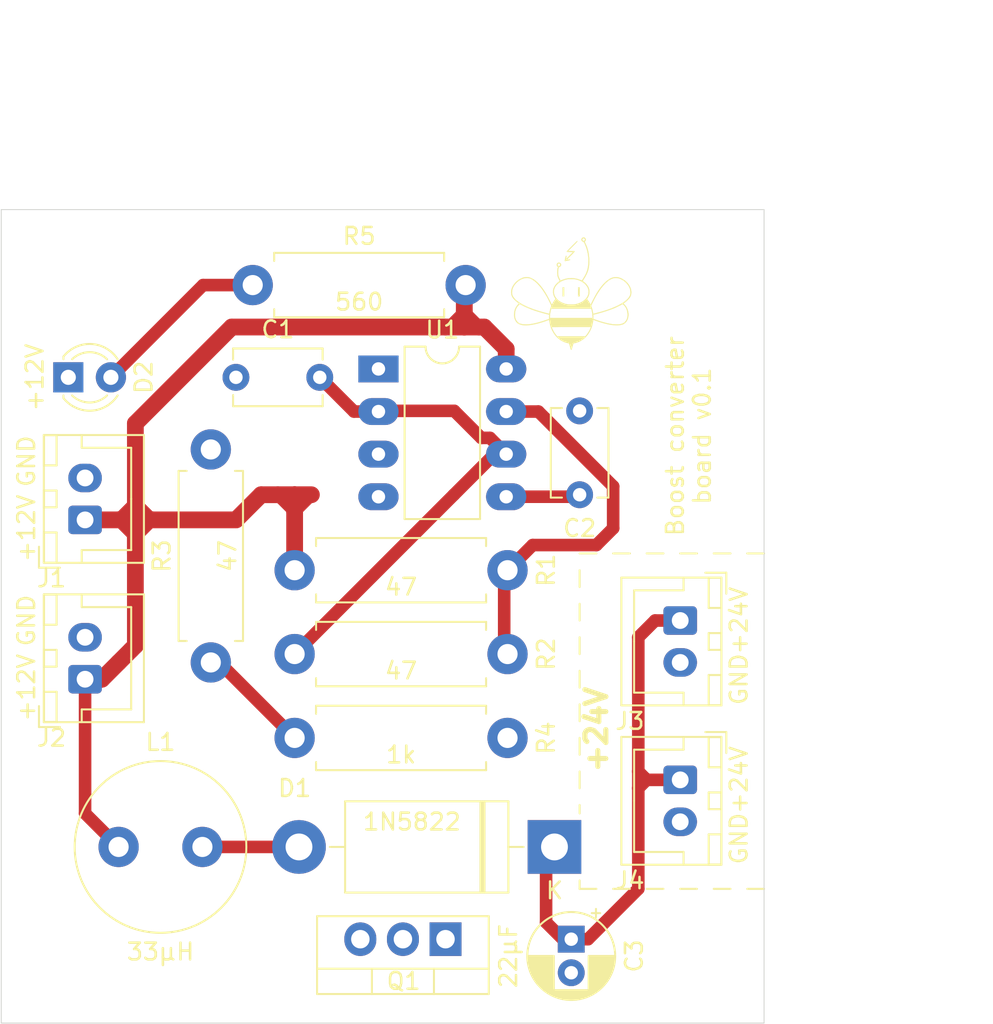
<source format=kicad_pcb>

(kicad_pcb
  (version 20171130)
  (host pcbnew "(5.1.7)-1")
  (general
    (thickness 1.6)
    (drawings 39)
    (tracks 94)
    (zones 0)
    (modules 22)
    (nets 11))
  (page A4)
  (layers
    (0 F.Cu signal)
    (31 B.Cu signal)
    (32 B.Adhes user)
    (33 F.Adhes user)
    (34 B.Paste user)
    (35 F.Paste user)
    (36 B.SilkS user)
    (37 F.SilkS user)
    (38 B.Mask user)
    (39 F.Mask user)
    (40 Dwgs.User user)
    (41 Cmts.User user)
    (42 Eco1.User user)
    (43 Eco2.User user)
    (44 Edge.Cuts user)
    (45 Margin user)
    (46 B.CrtYd user)
    (47 F.CrtYd user)
    (48 B.Fab user)
    (49 F.Fab user))
  (setup
    (last_trace_width 0.75)
    (user_trace_width 0.75)
    (user_trace_width 1)
    (trace_clearance 0.2)
    (zone_clearance 0.5)
    (zone_45_only no)
    (trace_min 0.2)
    (via_size 0.8)
    (via_drill 0.4)
    (via_min_size 0.4)
    (via_min_drill 0.3)
    (uvia_size 0.3)
    (uvia_drill 0.1)
    (uvias_allowed no)
    (uvia_min_size 0.2)
    (uvia_min_drill 0.1)
    (edge_width 0.05)
    (segment_width 0.2)
    (pcb_text_width 0.3)
    (pcb_text_size 1.5 1.5)
    (mod_edge_width 0.12)
    (mod_text_size 1 1)
    (mod_text_width 0.15)
    (pad_size 1.524 1.524)
    (pad_drill 0.762)
    (pad_to_mask_clearance 0)
    (aux_axis_origin 0 0)
    (visible_elements 7FFFFFFF)
    (pcbplotparams
      (layerselection 0x010fc_ffffffff)
      (usegerberextensions false)
      (usegerberattributes true)
      (usegerberadvancedattributes true)
      (creategerberjobfile true)
      (excludeedgelayer true)
      (linewidth 0.1)
      (plotframeref false)
      (viasonmask false)
      (mode 1)
      (useauxorigin false)
      (hpglpennumber 1)
      (hpglpenspeed 20)
      (hpglpendiameter 15.0)
      (psnegative false)
      (psa4output false)
      (plotreference true)
      (plotvalue true)
      (plotinvisibletext false)
      (padsonsilk false)
      (subtractmaskfromsilk false)
      (outputformat 1)
      (mirror false)
      (drillshape 0)
      (scaleselection 1)
      (outputdirectory "gerber/")))
  (net 0 "")
  (net 1 GND)
  (net 2 "Net-(C1-Pad2)")
  (net 3 "Net-(C2-Pad2)")
  (net 4 +24V)
  (net 5 "Net-(D1-Pad2)")
  (net 6 +12V)
  (net 7 "Net-(Q1-Pad1)")
  (net 8 "Net-(R1-Pad2)")
  (net 9 "Net-(R3-Pad2)")
  (net 10 "Net-(D2-Pad2)")
  (net_class Default "This is the default net class."
    (clearance 0.2)
    (trace_width 0.25)
    (via_dia 0.8)
    (via_drill 0.4)
    (uvia_dia 0.3)
    (uvia_drill 0.1)
    (add_net +12V)
    (add_net +24V)
    (add_net GND)
    (add_net "Net-(C1-Pad2)")
    (add_net "Net-(C2-Pad2)")
    (add_net "Net-(D1-Pad2)")
    (add_net "Net-(D2-Pad2)")
    (add_net "Net-(Q1-Pad1)")
    (add_net "Net-(R1-Pad2)")
    (add_net "Net-(R3-Pad2)"))
  (module Connector_JST:JST_XH_B2B-XH-A_1x02_P2.50mm_Vertical
    (layer F.Cu)
    (tedit 5C28146C)
    (tstamp 60B75425)
    (at 145.5 114 270)
    (descr "JST XH series connector, B2B-XH-A (http://www.jst-mfg.com/product/pdf/eng/eXH.pdf), generated with kicad-footprint-generator")
    (tags "connector JST XH vertical")
    (path /60B75B3B)
    (fp_text reference J4
      (at 6 3 180)
      (layer F.SilkS)
      (effects
        (font
          (size 1 1)
          (thickness 0.15))))
    (fp_text value Conn_01x02
      (at 1.25 4.6 90)
      (layer F.Fab)
      (effects
        (font
          (size 1 1)
          (thickness 0.15))))
    (fp_text user %R
      (at 1.25 2.7 90)
      (layer F.Fab)
      (effects
        (font
          (size 1 1)
          (thickness 0.15))))
    (fp_line
      (start -2.45 -2.35)
      (end -2.45 3.4)
      (layer F.Fab)
      (width 0.1))
    (fp_line
      (start -2.45 3.4)
      (end 4.95 3.4)
      (layer F.Fab)
      (width 0.1))
    (fp_line
      (start 4.95 3.4)
      (end 4.95 -2.35)
      (layer F.Fab)
      (width 0.1))
    (fp_line
      (start 4.95 -2.35)
      (end -2.45 -2.35)
      (layer F.Fab)
      (width 0.1))
    (fp_line
      (start -2.56 -2.46)
      (end -2.56 3.51)
      (layer F.SilkS)
      (width 0.12))
    (fp_line
      (start -2.56 3.51)
      (end 5.06 3.51)
      (layer F.SilkS)
      (width 0.12))
    (fp_line
      (start 5.06 3.51)
      (end 5.06 -2.46)
      (layer F.SilkS)
      (width 0.12))
    (fp_line
      (start 5.06 -2.46)
      (end -2.56 -2.46)
      (layer F.SilkS)
      (width 0.12))
    (fp_line
      (start -2.95 -2.85)
      (end -2.95 3.9)
      (layer F.CrtYd)
      (width 0.05))
    (fp_line
      (start -2.95 3.9)
      (end 5.45 3.9)
      (layer F.CrtYd)
      (width 0.05))
    (fp_line
      (start 5.45 3.9)
      (end 5.45 -2.85)
      (layer F.CrtYd)
      (width 0.05))
    (fp_line
      (start 5.45 -2.85)
      (end -2.95 -2.85)
      (layer F.CrtYd)
      (width 0.05))
    (fp_line
      (start -0.625 -2.35)
      (end 0 -1.35)
      (layer F.Fab)
      (width 0.1))
    (fp_line
      (start 0 -1.35)
      (end 0.625 -2.35)
      (layer F.Fab)
      (width 0.1))
    (fp_line
      (start 0.75 -2.45)
      (end 0.75 -1.7)
      (layer F.SilkS)
      (width 0.12))
    (fp_line
      (start 0.75 -1.7)
      (end 1.75 -1.7)
      (layer F.SilkS)
      (width 0.12))
    (fp_line
      (start 1.75 -1.7)
      (end 1.75 -2.45)
      (layer F.SilkS)
      (width 0.12))
    (fp_line
      (start 1.75 -2.45)
      (end 0.75 -2.45)
      (layer F.SilkS)
      (width 0.12))
    (fp_line
      (start -2.55 -2.45)
      (end -2.55 -1.7)
      (layer F.SilkS)
      (width 0.12))
    (fp_line
      (start -2.55 -1.7)
      (end -0.75 -1.7)
      (layer F.SilkS)
      (width 0.12))
    (fp_line
      (start -0.75 -1.7)
      (end -0.75 -2.45)
      (layer F.SilkS)
      (width 0.12))
    (fp_line
      (start -0.75 -2.45)
      (end -2.55 -2.45)
      (layer F.SilkS)
      (width 0.12))
    (fp_line
      (start 3.25 -2.45)
      (end 3.25 -1.7)
      (layer F.SilkS)
      (width 0.12))
    (fp_line
      (start 3.25 -1.7)
      (end 5.05 -1.7)
      (layer F.SilkS)
      (width 0.12))
    (fp_line
      (start 5.05 -1.7)
      (end 5.05 -2.45)
      (layer F.SilkS)
      (width 0.12))
    (fp_line
      (start 5.05 -2.45)
      (end 3.25 -2.45)
      (layer F.SilkS)
      (width 0.12))
    (fp_line
      (start -2.55 -0.2)
      (end -1.8 -0.2)
      (layer F.SilkS)
      (width 0.12))
    (fp_line
      (start -1.8 -0.2)
      (end -1.8 2.75)
      (layer F.SilkS)
      (width 0.12))
    (fp_line
      (start -1.8 2.75)
      (end 1.25 2.75)
      (layer F.SilkS)
      (width 0.12))
    (fp_line
      (start 5.05 -0.2)
      (end 4.3 -0.2)
      (layer F.SilkS)
      (width 0.12))
    (fp_line
      (start 4.3 -0.2)
      (end 4.3 2.75)
      (layer F.SilkS)
      (width 0.12))
    (fp_line
      (start 4.3 2.75)
      (end 1.25 2.75)
      (layer F.SilkS)
      (width 0.12))
    (fp_line
      (start -1.6 -2.75)
      (end -2.85 -2.75)
      (layer F.SilkS)
      (width 0.12))
    (fp_line
      (start -2.85 -2.75)
      (end -2.85 -1.5)
      (layer F.SilkS)
      (width 0.12))
    (pad 2 thru_hole oval
      (at 2.5 0 270)
      (size 1.7 2)
      (drill 1)
      (layers *.Cu *.Mask))
    (pad 1 thru_hole roundrect
      (at 0 0 270)
      (size 1.7 2)
      (drill 1)
      (layers *.Cu *.Mask)
      (roundrect_rratio 0.147059)
      (net 4 +24V))
    (model ${KISYS3DMOD}/Connector_JST.3dshapes/JST_XH_B2B-XH-A_1x02_P2.50mm_Vertical.wrl
      (at
        (xyz 0 0 0))
      (scale
        (xyz 1 1 1))
      (rotate
        (xyz 0 0 0))))
  (module Inductor_THT:L_Radial_D10.0mm_P5.00mm_Neosid_SD12_style3
    (layer F.Cu)
    (tedit 5AE59B06)
    (tstamp 60B0A4D8)
    (at 112 118)
    (descr "Inductor, Radial series, Radial, pin pitch=5.00mm, , diameter=10.0mm, Neosid, SD12, style3, http://www.neosid.de/produktblaetter/neosid_Festinduktivitaet_Sd12.pdf")
    (tags "Inductor Radial series Radial pin pitch 5.00mm  diameter 10.0mm Neosid SD12 style3")
    (path /6016FEA8)
    (fp_text reference L1
      (at 2.5 -6.25)
      (layer F.SilkS)
      (effects
        (font
          (size 1 1)
          (thickness 0.15))))
    (fp_text value 33µH
      (at 2.5 6.25)
      (layer F.SilkS)
      (effects
        (font
          (size 1 1)
          (thickness 0.15))))
    (fp_text user %R
      (at 2.5 0)
      (layer F.Fab)
      (effects
        (font
          (size 1 1)
          (thickness 0.15))))
    (fp_circle
      (center 2.5 0)
      (end 7.75 0)
      (layer F.CrtYd)
      (width 0.05))
    (fp_circle
      (center 2.5 0)
      (end 7.62 0)
      (layer F.SilkS)
      (width 0.12))
    (fp_circle
      (center 2.5 0)
      (end 7.5 0)
      (layer F.Fab)
      (width 0.1))
    (pad 2 thru_hole circle
      (at 5 0)
      (size 2.4 2.4)
      (drill 1.2)
      (layers *.Cu *.Mask)
      (net 5 "Net-(D1-Pad2)"))
    (pad 1 thru_hole circle
      (at 0 0)
      (size 2.4 2.4)
      (drill 1.2)
      (layers *.Cu *.Mask)
      (net 6 +12V))
    (model ${KISYS3DMOD}/Inductor_THT.3dshapes/L_Radial_D10.0mm_P5.00mm_Neosid_SD12_style3.wrl
      (at
        (xyz 0 0 0))
      (scale
        (xyz 1 1 1))
      (rotate
        (xyz 0 0 0))))
  (module logo-beehive:logo-beehive-7_2х6_7mm
    (layer F.Cu)
    (tedit 0)
    (tstamp 60ADC79B)
    (at 139 85)
    (fp_text reference G***
      (at 0 0)
      (layer F.SilkS) hide
      (effects
        (font
          (size 1.524 1.524)
          (thickness 0.3))))
    (fp_text value LOGO
      (at 0.75 0)
      (layer F.SilkS) hide
      (effects
        (font
          (size 1.524 1.524)
          (thickness 0.3))))
    (fp_poly
      (pts
        (xy 0.781124 -3.338272)
        (xy 0.820066 -3.312623)
        (xy 0.850866 -3.27735)
        (xy 0.862381 -3.253557)
        (xy 0.869381 -3.203831)
        (xy 0.86004 -3.155836)
        (xy 0.836291 -3.117453)
        (xy 0.826963 -3.109228)
        (xy 0.800557 -3.08931)
        (xy 0.860848 -2.961859)
        (xy 0.942059 -2.765907)
        (xy 1.003933 -2.561687)
        (xy 1.0468 -2.347606)
        (xy 1.070993 -2.122074)
        (xy 1.077124 -1.922318)
        (xy 1.073712 -1.775328)
        (xy 1.063437 -1.645173)
        (xy 1.045563 -1.526426)
        (xy 1.019354 -1.413658)
        (xy 0.998815 -1.345045)
        (xy 0.968368 -1.263013)
        (xy 0.926952 -1.169003)
        (xy 0.877686 -1.069335)
        (xy 0.823684 -0.970328)
        (xy 0.770857 -0.882677)
        (xy 0.741321 -0.836271)
        (xy 0.716056 -0.796521)
        (xy 0.69781 -0.767754)
        (xy 0.689434 -0.754466)
        (xy 0.694321 -0.742271)
        (xy 0.714538 -0.722105)
        (xy 0.745386 -0.698528)
        (xy 0.810309 -0.647155)
        (xy 0.876016 -0.583521)
        (xy 0.937047 -0.513779)
        (xy 0.987937 -0.444085)
        (xy 1.018545 -0.390721)
        (xy 1.053095 -0.310872)
        (xy 1.074433 -0.238095)
        (xy 1.084874 -0.162371)
        (xy 1.086945 -0.094934)
        (xy 1.076086 0.020467)
        (xy 1.045188 0.132328)
        (xy 0.995987 0.235343)
        (xy 0.96275 0.284984)
        (xy 0.935175 0.321741)
        (xy 0.996225 0.402894)
        (xy 1.032255 0.454242)
        (xy 1.070613 0.514339)
        (xy 1.103634 0.571117)
        (xy 1.10681 0.577014)
        (xy 1.156345 0.669982)
        (xy 1.269255 0.441786)
        (xy 1.379742 0.226784)
        (xy 1.488243 0.032834)
        (xy 1.595982 -0.141879)
        (xy 1.704185 -0.29917)
        (xy 1.814075 -0.440853)
        (xy 1.926878 -0.568743)
        (xy 2.004467 -0.647395)
        (xy 2.12895 -0.758498)
        (xy 2.2502 -0.847038)
        (xy 2.36916 -0.913164)
        (xy 2.48677 -0.957023)
        (xy 2.603972 -0.978764)
        (xy 2.721707 -0.978534)
        (xy 2.840917 -0.956481)
        (xy 2.962542 -0.912754)
        (xy 3.087524 -0.847501)
        (xy 3.125835 -0.823735)
        (xy 3.238046 -0.741435)
        (xy 3.336093 -0.648795)
        (xy 3.419199 -0.547932)
        (xy 3.486591 -0.440965)
        (xy 3.537492 -0.33001)
        (xy 3.571127 -0.217185)
        (xy 3.586721 -0.104607)
        (xy 3.583499 0.005605)
        (xy 3.560685 0.111335)
        (xy 3.517504 0.210464)
        (xy 3.509522 0.224138)
        (xy 3.467783 0.282863)
        (xy 3.410567 0.348425)
        (xy 3.342435 0.416194)
        (xy 3.267951 0.481537)
        (xy 3.215409 0.522663)
        (xy 3.176019 0.551978)
        (xy 3.144162 0.575822)
        (xy 3.123999 0.591072)
        (xy 3.119139 0.594895)
        (xy 3.125036 0.603996)
        (xy 3.144107 0.625315)
        (xy 3.172877 0.655066)
        (xy 3.189509 0.671619)
        (xy 3.25791 0.75317)
        (xy 3.316458 0.851565)
        (xy 3.363304 0.961991)
        (xy 3.396598 1.079634)
        (xy 3.414493 1.199678)
        (xy 3.417102 1.264228)
        (xy 3.40813 1.381577)
        (xy 3.38235 1.49233)
        (xy 3.34125 1.593721)
        (xy 3.286317 1.682986)
        (xy 3.219038 1.75736)
        (xy 3.140903 1.814077)
        (xy 3.113719 1.828107)
        (xy 3.009087 1.865839)
        (xy 2.886866 1.889603)
        (xy 2.747784 1.899491)
        (xy 2.592566 1.895596)
        (xy 2.42194 1.878011)
        (xy 2.236633 1.846829)
        (xy 2.037372 1.802142)
        (xy 1.824883 1.744044)
        (xy 1.599893 1.672626)
        (xy 1.430663 1.613046)
        (xy 1.320008 1.572564)
        (xy 1.295866 1.718578)
        (xy 1.25303 1.913354)
        (xy 1.190764 2.095947)
        (xy 1.10864 2.267293)
        (xy 1.006231 2.428329)
        (xy 0.923258 2.534228)
        (xy 0.814822 2.647279)
        (xy 0.693857 2.746765)
        (xy 0.563822 2.830581)
        (xy 0.428175 2.896622)
        (xy 0.290374 2.942784)
        (xy 0.229531 2.956334)
        (xy 0.189546 2.963931)
        (xy 0.158226 2.970106)
        (xy 0.143514 2.973255)
        (xy 0.135688 2.984969)
        (xy 0.123584 3.014497)
        (xy 0.108873 3.057339)
        (xy 0.093667 3.107452)
        (xy 0.076809 3.166365)
        (xy 0.060376 3.223781)
        (xy 0.0465 3.272257)
        (xy 0.038811 3.299114)
        (xy 0.025628 3.336932)
        (xy 0.012258 3.355729)
        (xy 0 3.359728)
        (xy -0.015288 3.353083)
        (xy -0.028404 3.330514)
        (xy -0.038811 3.299114)
        (xy -0.049206 3.262807)
        (xy -0.063822 3.211743)
        (xy -0.080529 3.153364)
        (xy -0.093667 3.107452)
        (xy -0.109311 3.055982)
        (xy -0.123971 3.013455)
        (xy -0.135977 2.984371)
        (xy -0.143515 2.973255)
        (xy -0.160656 2.969615)
        (xy -0.19313 2.96324)
        (xy -0.229531 2.956334)
        (xy -0.367186 2.919651)
        (xy -0.504219 2.862154)
        (xy -0.637175 2.785947)
        (xy -0.762596 2.693133)
        (xy -0.877026 2.585815)
        (xy -0.923269 2.534228)
        (xy -1.03903 2.38033)
        (xy -1.135257 2.214564)
        (xy -1.212083 2.036622)
        (xy -1.219586 2.011796)
        (xy -1.165985 2.011796)
        (xy -1.160628 2.030696)
        (xy -1.146181 2.0653)
        (xy -1.124874 2.111187)
        (xy -1.098933 2.163934)
        (xy -1.070588 2.219118)
        (xy -1.042066 2.272316)
        (xy -1.015595 2.319106)
        (xy -0.993403 2.355066)
        (xy -0.991985 2.357185)
        (xy -0.958579 2.404438)
        (xy -0.920872 2.454363)
        (xy -0.891354 2.490932)
        (xy -0.840013 2.551546)
        (xy 0.841033 2.551546)
        (xy 0.892441 2.490932)
        (xy 0.93843 2.432196)
        (xy 0.986502 2.362985)
        (xy 1.033888 2.288071)
        (xy 1.077819 2.212231)
        (xy 1.115523 2.140238)
        (xy 1.144233 2.076867)
        (xy 1.160841 2.028255)
        (xy 1.168594 1.997364)
        (xy 0.001251 1.997364)
        (xy -0.195644 1.997416)
        (xy -0.37057 1.997583)
        (xy -0.524648 1.997878)
        (xy -0.659 1.998316)
        (xy -0.774746 1.998909)
        (xy -0.873009 1.999671)
        (xy -0.95491 2.000618)
        (xy -1.02157 2.001762)
        (xy -1.074111 2.003117)
        (xy -1.113653 2.004698)
        (xy -1.141319 2.006517)
        (xy -1.158229 2.00859)
        (xy -1.165506 2.01093)
        (xy -1.165985 2.011796)
        (xy -1.219586 2.011796)
        (xy -1.26964 1.846195)
        (xy -1.308059 1.642973)
        (xy -1.310363 1.625739)
        (xy -1.317382 1.571614)
        (xy -1.42935 1.612882)
        (xy -1.629865 1.683029)
        (xy -1.825759 1.744185)
        (xy -2.015 1.795944)
        (xy -2.195555 1.837898)
        (xy -2.365393 1.869639)
        (xy -2.522479 1.89076)
        (xy -2.664783 1.900853)
        (xy -2.790271 1.899511)
        (xy -2.838314 1.895344)
        (xy -2.96209 1.875638)
        (xy -3.066609 1.846125)
        (xy -3.154103 1.80545)
        (xy -3.226803 1.752259)
        (xy -3.286941 1.685198)
        (xy -3.336747 1.602914)
        (xy -3.343746 1.588582)
        (xy -3.385695 1.481123)
        (xy -3.408942 1.37211)
        (xy -3.411475 1.320836)
        (xy -3.357374 1.320836)
        (xy -3.349051 1.403928)
        (xy -3.330314 1.480954)
        (xy -3.299783 1.559775)
        (xy -3.296364 1.567326)
        (xy -3.25627 1.634464)
        (xy -3.201534 1.697768)
        (xy -3.138721 1.750591)
        (xy -3.084262 1.782114)
        (xy -2.99339 1.813382)
        (xy -2.884978 1.834294)
        (xy -2.762244 1.844603)
        (xy -2.628408 1.844064)
        (xy -2.486691 1.83243)
        (xy -2.463978 1.829585)
        (xy -2.25216 1.794568)
        (xy -2.026325 1.743379)
        (xy -1.788428 1.676523)
        (xy -1.540425 1.594501)
        (xy -1.510962 1.583982)
        (xy -1.325191 1.51715)
        (xy -1.320921 1.390773)
        (xy -1.27 1.390773)
        (xy -1.27 1.454728)
        (xy 1.273528 1.454728)
        (xy 1.266408 1.330287)
        (xy 1.260547 1.26306)
        (xy 1.316252 1.26306)
        (xy 1.321954 1.512174)
        (xy 1.368136 1.530811)
        (xy 1.439484 1.558222)
        (xy 1.526724 1.589564)
        (xy 1.623473 1.622685)
        (xy 1.72335 1.655429)
        (xy 1.819972 1.685644)
        (xy 1.878735 1.703118)
        (xy 2.093291 1.760255)
        (xy 2.292609 1.802908)
        (xy 2.476182 1.831017)
        (xy 2.6435 1.844517)
        (xy 2.794056 1.843349)
        (xy 2.91629 1.829447)
        (xy 3.012927 1.807479)
        (xy 3.091872 1.777436)
        (xy 3.157765 1.737114)
        (xy 3.209942 1.690006)
        (xy 3.274118 1.607281)
        (xy 3.319819 1.513726)
        (xy 3.347495 1.407928)
        (xy 3.357597 1.28847)
        (xy 3.356526 1.229811)
        (xy 3.340665 1.088035)
        (xy 3.306955 0.96039)
        (xy 3.255506 0.847166)
        (xy 3.186427 0.748656)
        (xy 3.170098 0.730306)
        (xy 3.127268 0.685713)
        (xy 3.094795 0.657447)
        (xy 3.0686 0.643813)
        (xy 3.044605 0.643112)
        (xy 3.018734 0.65365)
        (xy 3.005226 0.661713)
        (xy 2.958944 0.688662)
        (xy 2.89593 0.722084)
        (xy 2.820825 0.759719)
        (xy 2.738272 0.799303)
        (xy 2.652912 0.838574)
        (xy 2.569387 0.875271)
        (xy 2.550619 0.883239)
        (xy 2.457139 0.920633)
        (xy 2.346529 0.961571)
        (xy 2.223166 1.004679)
        (xy 2.09143 1.048584)
        (xy 1.955698 1.091912)
        (xy 1.820349 1.133289)
        (xy 1.689763 1.171341)
        (xy 1.568317 1.204694)
        (xy 1.46039 1.231975)
        (xy 1.385859 1.248683)
        (xy 1.316252 1.26306)
        (xy 1.260547 1.26306)
        (xy 1.259747 1.253895)
        (xy 1.248535 1.167625)
        (xy 1.234147 1.079964)
        (xy 1.217961 0.9994)
        (xy 1.203276 0.940955)
        (xy 1.193293 0.906319)
        (xy -1.194304 0.906319)
        (xy -1.220268 1.010228)
        (xy -1.23911 1.098477)
        (xy -1.254501 1.195531)
        (xy -1.26518 1.29174)
        (xy -1.269885 1.377451)
        (xy -1.27 1.390773)
        (xy -1.320921 1.390773)
        (xy -1.316645 1.264228)
        (xy -1.434754 1.236895)
        (xy -1.501797 1.22041)
        (xy -1.585737 1.198273)
        (xy -1.681508 1.171947)
        (xy -1.78404 1.142901)
        (xy -1.888267 1.112598)
        (xy -1.989119 1.082507)
        (xy -2.08153 1.054092)
        (xy -2.160431 1.02882)
        (xy -2.199409 1.015696)
        (xy -2.323182 0.971175)
        (xy -2.448985 0.92273)
        (xy -2.572984 0.872035)
        (xy -2.691345 0.820767)
        (xy -2.800235 0.770601)
        (xy -2.89582 0.723212)
        (xy -2.974265 0.680275)
        (xy -2.993815 0.668554)
        (xy -3.027147 0.649909)
        (xy -3.05353 0.642358)
        (xy -3.078126 0.647357)
        (xy -3.106096 0.666363)
        (xy -3.142603 0.700832)
        (xy -3.15587 0.714282)
        (xy -3.232717 0.809128)
        (xy -3.291358 0.918026)
        (xy -3.331675 1.040673)
        (xy -3.353547 1.176766)
        (xy -3.356664 1.223819)
        (xy -3.357374 1.320836)
        (xy -3.411475 1.320836)
        (xy -3.414734 1.254894)
        (xy -3.413307 1.218046)
        (xy -3.396132 1.080679)
        (xy -3.361188 0.952052)
        (xy -3.309573 0.83484)
        (xy -3.242385 0.731716)
        (xy -3.188985 0.671619)
        (xy -3.1569 0.639059)
        (xy -3.132792 0.613101)
        (xy -3.120127 0.597552)
        (xy -3.119139 0.594895)
        (xy -3.1295 0.586909)
        (xy -3.154289 0.568322)
        (xy -3.189354 0.542238)
        (xy -3.216089 0.522438)
        (xy -3.292731 0.461203)
        (xy -3.366118 0.3941)
        (xy -3.431605 0.325854)
        (xy -3.484547 0.261184)
        (xy -3.509522 0.224148)
        (xy -3.556269 0.125261)
        (xy -3.582294 0.01982)
        (xy -3.58729 -0.071302)
        (xy -3.531475 -0.071302)
        (xy -3.530831 -0.039606)
        (xy -3.527441 0.015291)
        (xy -3.521365 0.056568)
        (xy -3.510236 0.093692)
        (xy -3.491685 0.136134)
        (xy -3.481814 0.156403)
        (xy -3.425027 0.248295)
        (xy -3.345829 0.340169)
        (xy -3.244895 0.431635)
        (xy -3.122901 0.522299)
        (xy -2.980524 0.611771)
        (xy -2.81844 0.699659)
        (xy -2.637324 0.785571)
        (xy -2.437852 0.869116)
        (xy -2.220702 0.949901)
        (xy -1.986548 1.027535)
        (xy -1.9685 1.033164)
        (xy -1.899652 1.053987)
        (xy -1.823419 1.076095)
        (xy -1.742903 1.098684)
        (xy -1.661204 1.120951)
        (xy -1.581421 1.142094)
        (xy -1.506657 1.161309)
        (xy -1.440011 1.177795)
        (xy -1.384584 1.190747)
        (xy -1.343476 1.199364)
        (xy -1.319788 1.202841)
        (xy -1.315331 1.202301)
        (xy -1.310525 1.18843)
        (xy -1.303023 1.157156)
        (xy -1.294048 1.113834)
        (xy -1.288644 1.085273)
        (xy -1.275538 1.023924)
        (xy -1.257466 0.952675)
        (xy -1.237498 0.883276)
        (xy -1.228744 0.855882)
        (xy -1.188907 0.736173)
        (xy -1.190922 0.731736)
        (xy 1.187715 0.731736)
        (xy 1.224028 0.841244)
        (xy 1.24494 0.908541)
        (xy 1.264527 0.979266)
        (xy 1.281511 1.04802)
        (xy 1.294618 1.109401)
        (xy 1.302571 1.158011)
        (xy 1.304386 1.181301)
        (xy 1.307638 1.204155)
        (xy 1.31928 1.209081)
        (xy 1.324841 1.207791)
        (xy 1.342821 1.202968)
        (xy 1.378686 1.193763)
        (xy 1.427904 1.181327)
        (xy 1.485942 1.166807)
        (xy 1.512454 1.160216)
        (xy 1.7631 1.094106)
        (xy 2.000962 1.023487)
        (xy 2.225116 0.948828)
        (xy 2.434641 0.870599)
        (xy 2.628614 0.789271)
        (xy 2.806113 0.705311)
        (xy 2.966216 0.61919)
        (xy 3.108001 0.531377)
        (xy 3.230545 0.442341)
        (xy 3.332927 0.352553)
        (xy 3.414223 0.262482)
        (xy 3.473511 0.172596)
        (xy 3.480994 0.15806)
        (xy 3.502829 0.111304)
        (xy 3.516532 0.072763)
        (xy 3.524475 0.033013)
        (xy 3.529027 -0.017368)
        (xy 3.530161 -0.037404)
        (xy 3.525184 -0.160604)
        (xy 3.497675 -0.281907)
        (xy 3.448182 -0.400087)
        (xy 3.377254 -0.513921)
        (xy 3.285439 -0.622184)
        (xy 3.25425 -0.653064)
        (xy 3.14536 -0.74489)
        (xy 3.031263 -0.818683)
        (xy 2.914113 -0.873715)
        (xy 2.796064 -0.909257)
        (xy 2.679268 -0.924579)
        (xy 2.565881 -0.918952)
        (xy 2.505364 -0.906562)
        (xy 2.39331 -0.865968)
        (xy 2.278736 -0.803154)
        (xy 2.162206 -0.718784)
        (xy 2.044283 -0.613524)
        (xy 1.925533 -0.488036)
        (xy 1.80652 -0.342986)
        (xy 1.687807 -0.179037)
        (xy 1.56996 0.003146)
        (xy 1.453542 0.202899)
        (xy 1.339118 0.419558)
        (xy 1.284575 0.530391)
        (xy 1.187715 0.731736)
        (xy -1.190922 0.731736)
        (xy -1.242049 0.6192)
        (xy -1.344968 0.403905)
        (xy -1.452176 0.201117)
        (xy -1.562851 0.011828)
        (xy -1.676172 -0.16297)
        (xy -1.791318 -0.322286)
        (xy -1.907468 -0.465127)
        (xy -2.0238 -0.590502)
        (xy -2.139494 -0.697418)
        (xy -2.253727 -0.784885)
        (xy -2.36568 -0.851909)
        (xy -2.47453 -0.8975)
        (xy -2.505364 -0.906562)
        (xy -2.615938 -0.924099)
        (xy -2.731113 -0.920284)
        (xy -2.848734 -0.895846)
        (xy -2.966648 -0.851514)
        (xy -3.082701 -0.788017)
        (xy -3.19474 -0.706084)
        (xy -3.25425 -0.653064)
        (xy -3.352283 -0.546482)
        (xy -3.429568 -0.433803)
        (xy -3.485559 -0.316239)
        (xy -3.51971 -0.195001)
        (xy -3.531475 -0.071302)
        (xy -3.58729 -0.071302)
        (xy -3.588325 -0.090174)
        (xy -3.575091 -0.202723)
        (xy -3.543319 -0.315828)
        (xy -3.493736 -0.427488)
        (xy -3.427071 -0.535706)
        (xy -3.344052 -0.638481)
        (xy -3.245405 -0.733815)
        (xy -3.131858 -0.819709)
        (xy -3.128818 -0.821729)
        (xy -3.003531 -0.894559)
        (xy -2.880454 -0.945281)
        (xy -2.758981 -0.973797)
        (xy -2.638509 -0.980009)
        (xy -2.518432 -0.96382)
        (xy -2.398146 -0.925131)
        (xy -2.277046 -0.863845)
        (xy -2.154528 -0.779862)
        (xy -2.029987 -0.673087)
        (xy -1.993285 -0.637726)
        (xy -1.876664 -0.514496)
        (xy -1.76359 -0.378067)
        (xy -1.652878 -0.226667)
        (xy -1.543339 -0.058527)
        (xy -1.433786 0.128125)
        (xy -1.323032 0.335058)
        (xy -1.269145 0.442009)
        (xy -1.156125 0.670426)
        (xy -1.109291 0.580554)
        (xy -1.078495 0.526225)
        (xy -1.040587 0.466059)
        (xy -1.003155 0.412031)
        (xy -0.998816 0.406212)
        (xy -0.935175 0.321741)
        (xy -0.962751 0.284984)
        (xy -1.021033 0.188878)
        (xy -1.061938 0.08109)
        (xy -1.083733 -0.033077)
        (xy -1.086945 -0.094934)
        (xy -1.086541 -0.104581)
        (xy -1.03596 -0.104581)
        (xy -1.026154 0.004092)
        (xy -0.995446 0.109498)
        (xy -0.944929 0.210166)
        (xy -0.875696 0.304621)
        (xy -0.78884 0.391391)
        (xy -0.685456 0.469002)
        (xy -0.566635 0.535983)
        (xy -0.433472 0.590859)
        (xy -0.423003 0.594423)
        (xy -0.343148 0.618909)
        (xy -0.268002 0.636303)
        (xy -0.191285 0.647415)
        (xy -0.10671 0.653053)
        (xy -0.007997 0.654028)
        (xy 0.034636 0.653341)
        (xy 0.112848 0.651127)
        (xy 0.17405 0.647841)
        (xy 0.224321 0.642791)
        (xy 0.269739 0.635286)
        (xy 0.316383 0.624634)
        (xy 0.339248 0.618667)
        (xy 0.48028 0.572409)
        (xy 0.60799 0.513494)
        (xy 0.721255 0.443288)
        (xy 0.818952 0.363159)
        (xy 0.89996 0.274475)
        (xy 0.963155 0.178601)
        (xy 1.007416 0.076906)
        (xy 1.031619 -0.029243)
        (xy 1.034643 -0.13848)
        (xy 1.02377 -0.215046)
        (xy 0.988557 -0.32622)
        (xy 0.932382 -0.430687)
        (xy 0.856726 -0.527164)
        (xy 0.763074 -0.614365)
        (xy 0.652907 -0.691003)
        (xy 0.527709 -0.755794)
        (xy 0.388962 -0.807452)
        (xy 0.317435 -0.827343)
        (xy 0.265651 -0.839627)
        (xy 0.220998 -0.848283)
        (xy 0.17729 -0.853929)
        (xy 0.128345 -0.85718)
        (xy 0.067978 -0.858652)
        (xy 0 -0.858965)
        (xy -0.075828 -0.858546)
        (xy -0.134778 -0.856879)
        (xy -0.183055 -0.853351)
        (xy -0.226862 -0.847346)
        (xy -0.272404 -0.838251)
        (xy -0.3175 -0.827536)
        (xy -0.462194 -0.78292)
        (xy -0.594078 -0.724467)
        (xy -0.711668 -0.653466)
        (xy -0.813482 -0.571202)
        (xy -0.898035 -0.478962)
        (xy -0.963844 -0.378032)
        (xy -1.009426 -0.269698)
        (xy -1.02377 -0.215046)
        (xy -1.03596 -0.104581)
        (xy -1.086541 -0.104581)
        (xy -1.083385 -0.179891)
        (xy -1.070732 -0.2541)
        (xy -1.046671 -0.327578)
        (xy -1.018545 -0.390721)
        (xy -0.980207 -0.455708)
        (xy -0.927199 -0.525847)
        (xy -0.864982 -0.594984)
        (xy -0.799018 -0.656964)
        (xy -0.745379 -0.698532)
        (xy -0.681877 -0.742268)
        (xy -0.711307 -0.789657)
        (xy -0.775382 -0.91204)
        (xy -0.815808 -1.027545)
        (xy -0.827612 -1.090213)
        (xy -0.834802 -1.168285)
        (xy -0.837383 -1.254538)
        (xy -0.835358 -1.341751)
        (xy -0.828733 -1.422702)
        (xy -0.81751 -1.490171)
        (xy -0.815547 -1.498229)
        (xy -0.794048 -1.58214)
        (xy -0.823808 -1.60555)
        (xy -0.855103 -1.643446)
        (xy -0.868873 -1.689922)
        (xy -0.86773 -1.706645)
        (xy -0.819727 -1.706645)
        (xy -0.810207 -1.679885)
        (xy -0.786971 -1.652868)
        (xy -0.758005 -1.63322)
        (xy -0.737292 -1.627909)
        (xy -0.710612 -1.635591)
        (xy -0.684812 -1.653012)
        (xy -0.663044 -1.686513)
        (xy -0.659999 -1.722991)
        (xy -0.673306 -1.756371)
        (xy -0.700596 -1.780577)
        (xy -0.738071 -1.789545)
        (xy -0.771185 -1.779412)
        (xy -0.800241 -1.754129)
        (xy -0.817681 -1.721369)
        (xy -0.819727 -1.706645)
        (xy -0.86773 -1.706645)
        (xy -0.865518 -1.739005)
        (xy -0.845439 -1.784719)
        (xy -0.809361 -1.820873)
        (xy -0.764231 -1.842776)
        (xy -0.71985 -1.844407)
        (xy -0.67516 -1.829062)
        (xy -0.639173 -1.800811)
        (xy -0.612432 -1.758947)
        (xy -0.600564 -1.712661)
        (xy -0.600407 -1.706982)
        (xy -0.610708 -1.664952)
        (xy -0.637735 -1.624526)
        (xy -0.675862 -1.593111)
        (xy -0.693329 -1.584583)
        (xy -0.721895 -1.570686)
        (xy -0.739711 -1.55217)
        (xy -0.753326 -1.521228)
        (xy -0.757751 -1.507784)
        (xy -0.769308 -1.45586)
        (xy -0.777432 -1.387829)
        (xy -0.781948 -1.310446)
        (xy -0.782678 -1.230465)
        (xy -0.779447 -1.15464)
        (xy -0.772077 -1.089725)
        (xy -0.769104 -1.073727)
        (xy -0.757296 -1.030294)
        (xy -0.73904 -0.97831)
        (xy -0.716774 -0.923294)
        (xy -0.692936 -0.870762)
        (xy -0.669964 -0.826231)
        (xy -0.650298 -0.795219)
        (xy -0.641975 -0.786089)
        (xy -0.623931 -0.784078)
        (xy -0.587414 -0.793208)
        (xy -0.531675 -0.81367)
        (xy -0.528876 -0.814791)
        (xy -0.356342 -0.871998)
        (xy -0.181043 -0.906566)
        (xy -0.004425 -0.918495)
        (xy 0.172062 -0.907786)
        (xy 0.346972 -0.87444)
        (xy 0.518857 -0.818457)
        (xy 0.529286 -0.814279)
        (xy 0.629227 -0.773804)
        (xy 0.652693 -0.802464)
        (xy 0.675511 -0.833998)
        (xy 0.706046 -0.881335)
        (xy 0.741548 -0.939695)
        (xy 0.779269 -1.004299)
        (xy 0.816461 -1.070367)
        (xy 0.850376 -1.133118)
        (xy 0.878263 -1.187772)
        (xy 0.894974 -1.223818)
        (xy 0.952283 -1.384565)
        (xy 0.993139 -1.55845)
        (xy 1.017692 -1.742563)
        (xy 1.026091 -1.933994)
        (xy 1.018488 -2.129834)
        (xy 0.995032 -2.327174)
        (xy 0.955874 -2.523103)
        (xy 0.901163 -2.714712)
        (xy 0.83105 -2.899092)
        (xy 0.805599 -2.955636)
        (xy 0.782039 -3.005003)
        (xy 0.764405 -3.037704)
        (xy 0.749165 -3.058139)
        (xy 0.732786 -3.070709)
        (xy 0.711739 -3.079812)
        (xy 0.70366 -3.082636)
        (xy 0.659252 -3.106825)
        (xy 0.624129 -3.142791)
        (xy 0.603562 -3.184206)
        (xy 0.600364 -3.206712)
        (xy 0.604074 -3.224306)
        (xy 0.659665 -3.224306)
        (xy 0.662521 -3.188954)
        (xy 0.683492 -3.15701)
        (xy 0.688511 -3.152747)
        (xy 0.725237 -3.132232)
        (xy 0.758193 -3.133638)
        (xy 0.791365 -3.157134)
        (xy 0.791388 -3.157157)
        (xy 0.814899 -3.190331)
        (xy 0.816319 -3.223285)
        (xy 0.795819 -3.260007)
        (xy 0.795798 -3.260034)
        (xy 0.76393 -3.285504)
        (xy 0.738071 -3.290454)
        (xy 0.699613 -3.281092)
        (xy 0.672753 -3.257031)
        (xy 0.659665 -3.224306)
        (xy 0.604074 -3.224306)
        (xy 0.611034 -3.257305)
        (xy 0.639695 -3.301015)
        (xy 0.68132 -3.332816)
        (xy 0.730884 -3.347682)
        (xy 0.741833 -3.348181)
        (xy 0.781124 -3.338272))
      (layer F.SilkS)
      (width 0.01))
    (fp_poly
      (pts
        (xy 0.373099 -3.122533)
        (xy 0.369224 -3.109199)
        (xy 0.354184 -3.086757)
        (xy 0.327016 -3.054031)
        (xy 0.28676 -3.009848)
        (xy 0.232455 -2.953033)
        (xy 0.16314 -2.882413)
        (xy 0.096827 -2.815781)
        (xy -0.190327 -2.528454)
        (xy 0.008746 -2.528454)
        (xy 0.081153 -2.528276)
        (xy 0.133629 -2.52753)
        (xy 0.169333 -2.525895)
        (xy 0.191424 -2.523054)
        (xy 0.203059 -2.518688)
        (xy 0.207397 -2.512477)
        (xy 0.207818 -2.50835)
        (xy 0.199922 -2.495335)
        (xy 0.177598 -2.468358)
        (xy 0.14289 -2.429638)
        (xy 0.097844 -2.381393)
        (xy 0.044505 -2.325843)
        (xy -0.015081 -2.265206)
        (xy -0.031647 -2.248578)
        (xy -0.107675 -2.171851)
        (xy -0.167131 -2.110416)
        (xy -0.21038 -2.063869)
        (xy -0.237787 -2.031809)
        (xy -0.249716 -2.01383)
        (xy -0.248124 -2.009314)
        (xy -0.224942 -2.01189)
        (xy -0.188032 -2.018168)
        (xy -0.15317 -2.025161)
        (xy -0.112516 -2.033013)
        (xy -0.088124 -2.034732)
        (xy -0.073974 -2.030254)
        (xy -0.067646 -2.024266)
        (xy -0.060571 -2.01187)
        (xy -0.063805 -2.001313)
        (xy -0.079929 -1.991447)
        (xy -0.111523 -1.981122)
        (xy -0.161166 -1.969192)
        (xy -0.218458 -1.957139)
        (xy -0.281228 -1.944397)
        (xy -0.325023 -1.935816)
        (xy -0.353499 -1.93097)
        (xy -0.370313 -1.929433)
        (xy -0.379119 -1.930779)
        (xy -0.383574 -1.934583)
        (xy -0.385558 -1.937671)
        (xy -0.386495 -1.953939)
        (xy -0.382402 -1.986838)
        (xy -0.374463 -2.031182)
        (xy -0.363866 -2.081789)
        (xy -0.351794 -2.133474)
        (xy -0.339436 -2.181054)
        (xy -0.327975 -2.219345)
        (xy -0.318599 -2.243164)
        (xy -0.31449 -2.248343)
        (xy -0.295101 -2.249946)
        (xy -0.285455 -2.234986)
        (xy -0.285226 -2.201866)
        (xy -0.294087 -2.148986)
        (xy -0.294139 -2.148738)
        (xy -0.302673 -2.107185)
        (xy -0.308924 -2.074871)
        (xy -0.311687 -2.05806)
        (xy -0.311727 -2.057342)
        (xy -0.303951 -2.063003)
        (xy -0.282058 -2.082978)
        (xy -0.248202 -2.115196)
        (xy -0.204539 -2.157586)
        (xy -0.153221 -2.208077)
        (xy -0.103751 -2.257256)
        (xy 0.104224 -2.464954)
        (xy -0.083408 -2.470727)
        (xy -0.15498 -2.473257)
        (xy -0.20655 -2.476017)
        (xy -0.241206 -2.479383)
        (xy -0.262038 -2.48373)
        (xy -0.272134 -2.489436)
        (xy -0.274392 -2.494)
        (xy -0.267207 -2.50546)
        (xy -0.245659 -2.530835)
        (xy -0.211923 -2.567927)
        (xy -0.168174 -2.614538)
        (xy -0.116585 -2.668467)
        (xy -0.059333 -2.727516)
        (xy 0.001408 -2.789486)
        (xy 0.063464 -2.852177)
        (xy 0.12466 -2.913392)
        (xy 0.18282 -2.97093)
        (xy 0.235771 -3.022593)
        (xy 0.281337 -3.066181)
        (xy 0.317345 -3.099496)
        (xy 0.341618 -3.120339)
        (xy 0.351193 -3.126571)
        (xy 0.366768 -3.127932)
        (xy 0.373099 -3.122533))
      (layer F.SilkS)
      (width 0.01))
    (fp_poly
      (pts
        (xy -0.415636 0.173182)
        (xy -0.519546 0.173182)
        (xy -0.519546 -0.369454)
        (xy -0.415636 -0.369454)
        (xy -0.415636 0.173182))
      (layer F.SilkS)
      (width 0.01))
    (fp_poly
      (pts
        (xy 0.508 0.173182)
        (xy 0.404091 0.173182)
        (xy 0.404091 -0.369454)
        (xy 0.508 -0.369454)
        (xy 0.508 0.173182))
      (layer F.SilkS)
      (width 0.01)))
  (module Resistor_THT:R_Axial_DIN0411_L9.9mm_D3.6mm_P12.70mm_Horizontal
    (layer F.Cu)
    (tedit 5AE5139B)
    (tstamp 60AD2B5B)
    (at 120 84.5)
    (descr "Resistor, Axial_DIN0411 series, Axial, Horizontal, pin pitch=12.7mm, 1W, length*diameter=9.9*3.6mm^2")
    (tags "Resistor Axial_DIN0411 series Axial Horizontal pin pitch 12.7mm 1W length 9.9mm diameter 3.6mm")
    (path /60AD3129)
    (fp_text reference R5
      (at 6.35 -2.92)
      (layer F.SilkS)
      (effects
        (font
          (size 1 1)
          (thickness 0.15))))
    (fp_text value 560
      (at 6.35 1)
      (layer F.SilkS)
      (effects
        (font
          (size 1 1)
          (thickness 0.15))))
    (fp_text user %R
      (at 6.35 0)
      (layer F.Fab)
      (effects
        (font
          (size 1 1)
          (thickness 0.15))))
    (fp_line
      (start 1.4 -1.8)
      (end 1.4 1.8)
      (layer F.Fab)
      (width 0.1))
    (fp_line
      (start 1.4 1.8)
      (end 11.3 1.8)
      (layer F.Fab)
      (width 0.1))
    (fp_line
      (start 11.3 1.8)
      (end 11.3 -1.8)
      (layer F.Fab)
      (width 0.1))
    (fp_line
      (start 11.3 -1.8)
      (end 1.4 -1.8)
      (layer F.Fab)
      (width 0.1))
    (fp_line
      (start 0 0)
      (end 1.4 0)
      (layer F.Fab)
      (width 0.1))
    (fp_line
      (start 12.7 0)
      (end 11.3 0)
      (layer F.Fab)
      (width 0.1))
    (fp_line
      (start 1.28 -1.44)
      (end 1.28 -1.92)
      (layer F.SilkS)
      (width 0.12))
    (fp_line
      (start 1.28 -1.92)
      (end 11.42 -1.92)
      (layer F.SilkS)
      (width 0.12))
    (fp_line
      (start 11.42 -1.92)
      (end 11.42 -1.44)
      (layer F.SilkS)
      (width 0.12))
    (fp_line
      (start 1.28 1.44)
      (end 1.28 1.92)
      (layer F.SilkS)
      (width 0.12))
    (fp_line
      (start 1.28 1.92)
      (end 11.42 1.92)
      (layer F.SilkS)
      (width 0.12))
    (fp_line
      (start 11.42 1.92)
      (end 11.42 1.44)
      (layer F.SilkS)
      (width 0.12))
    (fp_line
      (start -1.45 -2.05)
      (end -1.45 2.05)
      (layer F.CrtYd)
      (width 0.05))
    (fp_line
      (start -1.45 2.05)
      (end 14.15 2.05)
      (layer F.CrtYd)
      (width 0.05))
    (fp_line
      (start 14.15 2.05)
      (end 14.15 -2.05)
      (layer F.CrtYd)
      (width 0.05))
    (fp_line
      (start 14.15 -2.05)
      (end -1.45 -2.05)
      (layer F.CrtYd)
      (width 0.05))
    (pad 2 thru_hole oval
      (at 12.7 0)
      (size 2.4 2.4)
      (drill 1.2)
      (layers *.Cu *.Mask)
      (net 6 +12V))
    (pad 1 thru_hole circle
      (at 0 0)
      (size 2.4 2.4)
      (drill 1.2)
      (layers *.Cu *.Mask)
      (net 10 "Net-(D2-Pad2)"))
    (model ${KISYS3DMOD}/Resistor_THT.3dshapes/R_Axial_DIN0411_L9.9mm_D3.6mm_P12.70mm_Horizontal.wrl
      (at
        (xyz 0 0 0))
      (scale
        (xyz 1 1 1))
      (rotate
        (xyz 0 0 0))))
  (module LED_THT:LED_D3.0mm
    (layer F.Cu)
    (tedit 587A3A7B)
    (tstamp 60AD61ED)
    (at 109 90)
    (descr "LED, diameter 3.0mm, 2 pins")
    (tags "LED diameter 3.0mm 2 pins")
    (path /60AD5387)
    (fp_text reference D2
      (at 4.5 0 90)
      (layer F.SilkS)
      (effects
        (font
          (size 1 1)
          (thickness 0.15))))
    (fp_text value LED
      (at 1.27 4.5)
      (layer F.Fab)
      (effects
        (font
          (size 1 1)
          (thickness 0.15))))
    (fp_circle
      (center 1.27 0)
      (end 2.77 0)
      (layer F.Fab)
      (width 0.1))
    (fp_line
      (start -0.23 -1.16619)
      (end -0.23 1.16619)
      (layer F.Fab)
      (width 0.1))
    (fp_line
      (start -0.29 -1.236)
      (end -0.29 -1.08)
      (layer F.SilkS)
      (width 0.12))
    (fp_line
      (start -0.29 1.08)
      (end -0.29 1.236)
      (layer F.SilkS)
      (width 0.12))
    (fp_line
      (start -1.15 -2.25)
      (end -1.15 2.25)
      (layer F.CrtYd)
      (width 0.05))
    (fp_line
      (start -1.15 2.25)
      (end 3.7 2.25)
      (layer F.CrtYd)
      (width 0.05))
    (fp_line
      (start 3.7 2.25)
      (end 3.7 -2.25)
      (layer F.CrtYd)
      (width 0.05))
    (fp_line
      (start 3.7 -2.25)
      (end -1.15 -2.25)
      (layer F.CrtYd)
      (width 0.05))
    (fp_arc
      (start 1.27 0)
      (end 0.229039 1.08)
      (angle -87.9)
      (layer F.SilkS)
      (width 0.12))
    (fp_arc
      (start 1.27 0)
      (end 0.229039 -1.08)
      (angle 87.9)
      (layer F.SilkS)
      (width 0.12))
    (fp_arc
      (start 1.27 0)
      (end -0.29 1.235516)
      (angle -108.8)
      (layer F.SilkS)
      (width 0.12))
    (fp_arc
      (start 1.27 0)
      (end -0.29 -1.235516)
      (angle 108.8)
      (layer F.SilkS)
      (width 0.12))
    (fp_arc
      (start 1.27 0)
      (end -0.23 -1.16619)
      (angle 284.3)
      (layer F.Fab)
      (width 0.1))
    (pad 2 thru_hole circle
      (at 2.54 0)
      (size 1.8 1.8)
      (drill 0.9)
      (layers *.Cu *.Mask)
      (net 10 "Net-(D2-Pad2)"))
    (pad 1 thru_hole rect
      (at 0 0)
      (size 1.8 1.8)
      (drill 0.9)
      (layers *.Cu *.Mask))
    (model ${KISYS3DMOD}/LED_THT.3dshapes/LED_D3.0mm.wrl
      (at
        (xyz 0 0 0))
      (scale
        (xyz 1 1 1))
      (rotate
        (xyz 0 0 0))))
  (module Diode_THT:D_DO-201AD_P15.24mm_Horizontal
    (layer F.Cu)
    (tedit 5AE50CD5)
    (tstamp 60ABF71E)
    (at 138 118 180)
    (descr "Diode, DO-201AD series, Axial, Horizontal, pin pitch=15.24mm, , length*diameter=9.5*5.2mm^2, , http://www.diodes.com/_files/packages/DO-201AD.pdf")
    (tags "Diode DO-201AD series Axial Horizontal pin pitch 15.24mm  length 9.5mm diameter 5.2mm")
    (path /6016F0ED)
    (fp_text reference D1
      (at 15.5 3.5)
      (layer F.SilkS)
      (effects
        (font
          (size 1 1)
          (thickness 0.15))))
    (fp_text value 1N5822
      (at 8.5 1.5)
      (layer F.SilkS)
      (effects
        (font
          (size 1 1)
          (thickness 0.15))))
    (fp_text user K
      (at 0 -2.6)
      (layer F.SilkS)
      (effects
        (font
          (size 1 1)
          (thickness 0.15))))
    (fp_text user K
      (at 0 -2.6)
      (layer F.Fab)
      (effects
        (font
          (size 1 1)
          (thickness 0.15))))
    (fp_text user %R
      (at 8.3325 0)
      (layer F.Fab)
      (effects
        (font
          (size 1 1)
          (thickness 0.15))))
    (fp_line
      (start 17.09 -2.85)
      (end -1.85 -2.85)
      (layer F.CrtYd)
      (width 0.05))
    (fp_line
      (start 17.09 2.85)
      (end 17.09 -2.85)
      (layer F.CrtYd)
      (width 0.05))
    (fp_line
      (start -1.85 2.85)
      (end 17.09 2.85)
      (layer F.CrtYd)
      (width 0.05))
    (fp_line
      (start -1.85 -2.85)
      (end -1.85 2.85)
      (layer F.CrtYd)
      (width 0.05))
    (fp_line
      (start 4.175 -2.72)
      (end 4.175 2.72)
      (layer F.SilkS)
      (width 0.12))
    (fp_line
      (start 4.415 -2.72)
      (end 4.415 2.72)
      (layer F.SilkS)
      (width 0.12))
    (fp_line
      (start 4.295 -2.72)
      (end 4.295 2.72)
      (layer F.SilkS)
      (width 0.12))
    (fp_line
      (start 13.4 0)
      (end 12.49 0)
      (layer F.SilkS)
      (width 0.12))
    (fp_line
      (start 1.84 0)
      (end 2.75 0)
      (layer F.SilkS)
      (width 0.12))
    (fp_line
      (start 12.49 -2.72)
      (end 2.75 -2.72)
      (layer F.SilkS)
      (width 0.12))
    (fp_line
      (start 12.49 2.72)
      (end 12.49 -2.72)
      (layer F.SilkS)
      (width 0.12))
    (fp_line
      (start 2.75 2.72)
      (end 12.49 2.72)
      (layer F.SilkS)
      (width 0.12))
    (fp_line
      (start 2.75 -2.72)
      (end 2.75 2.72)
      (layer F.SilkS)
      (width 0.12))
    (fp_line
      (start 4.195 -2.6)
      (end 4.195 2.6)
      (layer F.Fab)
      (width 0.1))
    (fp_line
      (start 4.395 -2.6)
      (end 4.395 2.6)
      (layer F.Fab)
      (width 0.1))
    (fp_line
      (start 4.295 -2.6)
      (end 4.295 2.6)
      (layer F.Fab)
      (width 0.1))
    (fp_line
      (start 15.24 0)
      (end 12.37 0)
      (layer F.Fab)
      (width 0.1))
    (fp_line
      (start 0 0)
      (end 2.87 0)
      (layer F.Fab)
      (width 0.1))
    (fp_line
      (start 12.37 -2.6)
      (end 2.87 -2.6)
      (layer F.Fab)
      (width 0.1))
    (fp_line
      (start 12.37 2.6)
      (end 12.37 -2.6)
      (layer F.Fab)
      (width 0.1))
    (fp_line
      (start 2.87 2.6)
      (end 12.37 2.6)
      (layer F.Fab)
      (width 0.1))
    (fp_line
      (start 2.87 -2.6)
      (end 2.87 2.6)
      (layer F.Fab)
      (width 0.1))
    (pad 2 thru_hole oval
      (at 15.24 0 180)
      (size 3.2 3.2)
      (drill 1.6)
      (layers *.Cu *.Mask)
      (net 5 "Net-(D1-Pad2)"))
    (pad 1 thru_hole rect
      (at 0 0 180)
      (size 3.2 3.2)
      (drill 1.6)
      (layers *.Cu *.Mask)
      (net 4 +24V))
    (model ${KISYS3DMOD}/Diode_THT.3dshapes/D_DO-201AD_P15.24mm_Horizontal.wrl
      (at
        (xyz 0 0 0))
      (scale
        (xyz 1 1 1))
      (rotate
        (xyz 0 0 0))))
  (module Package_DIP:DIP-8_W7.62mm_LongPads
    (layer F.Cu)
    (tedit 5A02E8C5)
    (tstamp 60ABF6BA)
    (at 127.5 89.5)
    (descr "8-lead though-hole mounted DIP package, row spacing 7.62 mm (300 mils), LongPads")
    (tags "THT DIP DIL PDIP 2.54mm 7.62mm 300mil LongPads")
    (path /60AD09AC)
    (fp_text reference U1
      (at 3.81 -2.33)
      (layer F.SilkS)
      (effects
        (font
          (size 1 1)
          (thickness 0.15))))
    (fp_text value LM555xM
      (at 3.81 9.95)
      (layer F.Fab)
      (effects
        (font
          (size 1 1)
          (thickness 0.15))))
    (fp_text user %R
      (at 3.81 3.81)
      (layer F.Fab)
      (effects
        (font
          (size 1 1)
          (thickness 0.15))))
    (fp_line
      (start 1.635 -1.27)
      (end 6.985 -1.27)
      (layer F.Fab)
      (width 0.1))
    (fp_line
      (start 6.985 -1.27)
      (end 6.985 8.89)
      (layer F.Fab)
      (width 0.1))
    (fp_line
      (start 6.985 8.89)
      (end 0.635 8.89)
      (layer F.Fab)
      (width 0.1))
    (fp_line
      (start 0.635 8.89)
      (end 0.635 -0.27)
      (layer F.Fab)
      (width 0.1))
    (fp_line
      (start 0.635 -0.27)
      (end 1.635 -1.27)
      (layer F.Fab)
      (width 0.1))
    (fp_line
      (start 2.81 -1.33)
      (end 1.56 -1.33)
      (layer F.SilkS)
      (width 0.12))
    (fp_line
      (start 1.56 -1.33)
      (end 1.56 8.95)
      (layer F.SilkS)
      (width 0.12))
    (fp_line
      (start 1.56 8.95)
      (end 6.06 8.95)
      (layer F.SilkS)
      (width 0.12))
    (fp_line
      (start 6.06 8.95)
      (end 6.06 -1.33)
      (layer F.SilkS)
      (width 0.12))
    (fp_line
      (start 6.06 -1.33)
      (end 4.81 -1.33)
      (layer F.SilkS)
      (width 0.12))
    (fp_line
      (start -1.45 -1.55)
      (end -1.45 9.15)
      (layer F.CrtYd)
      (width 0.05))
    (fp_line
      (start -1.45 9.15)
      (end 9.1 9.15)
      (layer F.CrtYd)
      (width 0.05))
    (fp_line
      (start 9.1 9.15)
      (end 9.1 -1.55)
      (layer F.CrtYd)
      (width 0.05))
    (fp_line
      (start 9.1 -1.55)
      (end -1.45 -1.55)
      (layer F.CrtYd)
      (width 0.05))
    (fp_arc
      (start 3.81 -1.33)
      (end 2.81 -1.33)
      (angle -180)
      (layer F.SilkS)
      (width 0.12))
    (pad 1 thru_hole rect
      (at 0 0)
      (size 2.4 1.6)
      (drill 0.8)
      (layers *.Cu *.Mask))
    (pad 5 thru_hole oval
      (at 7.62 7.62)
      (size 2.4 1.6)
      (drill 0.8)
      (layers *.Cu *.Mask)
      (net 3 "Net-(C2-Pad2)"))
    (pad 2 thru_hole oval
      (at 0 2.54)
      (size 2.4 1.6)
      (drill 0.8)
      (layers *.Cu *.Mask)
      (net 2 "Net-(C1-Pad2)"))
    (pad 6 thru_hole oval
      (at 7.62 5.08)
      (size 2.4 1.6)
      (drill 0.8)
      (layers *.Cu *.Mask)
      (net 2 "Net-(C1-Pad2)"))
    (pad 3 thru_hole oval
      (at 0 5.08)
      (size 2.4 1.6)
      (drill 0.8)
      (layers *.Cu *.Mask))
    (pad 7 thru_hole oval
      (at 7.62 2.54)
      (size 2.4 1.6)
      (drill 0.8)
      (layers *.Cu *.Mask)
      (net 8 "Net-(R1-Pad2)"))
    (pad 4 thru_hole oval
      (at 0 7.62)
      (size 2.4 1.6)
      (drill 0.8)
      (layers *.Cu *.Mask))
    (pad 8 thru_hole oval
      (at 7.62 0)
      (size 2.4 1.6)
      (drill 0.8)
      (layers *.Cu *.Mask)
      (net 6 +12V))
    (model ${KISYS3DMOD}/Package_DIP.3dshapes/DIP-8_W7.62mm.wrl
      (at
        (xyz 0 0 0))
      (scale
        (xyz 1 1 1))
      (rotate
        (xyz 0 0 0))))
  (module Resistor_THT:R_Axial_DIN0411_L9.9mm_D3.6mm_P12.70mm_Horizontal
    (layer F.Cu)
    (tedit 5AE5139B)
    (tstamp 60ABF6A4)
    (at 122.5 101.5)
    (descr "Resistor, Axial_DIN0411 series, Axial, Horizontal, pin pitch=12.7mm, 1W, length*diameter=9.9*3.6mm^2")
    (tags "Resistor Axial_DIN0411 series Axial Horizontal pin pitch 12.7mm 1W length 9.9mm diameter 3.6mm")
    (path /609749E3)
    (fp_text reference R1
      (at 15 0 90)
      (layer F.SilkS)
      (effects
        (font
          (size 1 1)
          (thickness 0.15))))
    (fp_text value 47
      (at 6.35 1)
      (layer F.SilkS)
      (effects
        (font
          (size 1 1)
          (thickness 0.15))))
    (fp_text user %R
      (at 7 0)
      (layer F.Fab)
      (effects
        (font
          (size 1 1)
          (thickness 0.15))))
    (fp_line
      (start 1.4 -1.8)
      (end 1.4 1.8)
      (layer F.Fab)
      (width 0.1))
    (fp_line
      (start 1.4 1.8)
      (end 11.3 1.8)
      (layer F.Fab)
      (width 0.1))
    (fp_line
      (start 11.3 1.8)
      (end 11.3 -1.8)
      (layer F.Fab)
      (width 0.1))
    (fp_line
      (start 11.3 -1.8)
      (end 1.4 -1.8)
      (layer F.Fab)
      (width 0.1))
    (fp_line
      (start 0 0)
      (end 1.4 0)
      (layer F.Fab)
      (width 0.1))
    (fp_line
      (start 12.7 0)
      (end 11.3 0)
      (layer F.Fab)
      (width 0.1))
    (fp_line
      (start 1.28 -1.44)
      (end 1.28 -1.92)
      (layer F.SilkS)
      (width 0.12))
    (fp_line
      (start 1.28 -1.92)
      (end 11.42 -1.92)
      (layer F.SilkS)
      (width 0.12))
    (fp_line
      (start 11.42 -1.92)
      (end 11.42 -1.44)
      (layer F.SilkS)
      (width 0.12))
    (fp_line
      (start 1.28 1.44)
      (end 1.28 1.92)
      (layer F.SilkS)
      (width 0.12))
    (fp_line
      (start 1.28 1.92)
      (end 11.42 1.92)
      (layer F.SilkS)
      (width 0.12))
    (fp_line
      (start 11.42 1.92)
      (end 11.42 1.44)
      (layer F.SilkS)
      (width 0.12))
    (fp_line
      (start -1.45 -2.05)
      (end -1.45 2.05)
      (layer F.CrtYd)
      (width 0.05))
    (fp_line
      (start -1.45 2.05)
      (end 14.15 2.05)
      (layer F.CrtYd)
      (width 0.05))
    (fp_line
      (start 14.15 2.05)
      (end 14.15 -2.05)
      (layer F.CrtYd)
      (width 0.05))
    (fp_line
      (start 14.15 -2.05)
      (end -1.45 -2.05)
      (layer F.CrtYd)
      (width 0.05))
    (pad 2 thru_hole oval
      (at 12.7 0)
      (size 2.4 2.4)
      (drill 1.2)
      (layers *.Cu *.Mask)
      (net 8 "Net-(R1-Pad2)"))
    (pad 1 thru_hole circle
      (at 0 0)
      (size 2.4 2.4)
      (drill 1.2)
      (layers *.Cu *.Mask)
      (net 6 +12V))
    (model ${KISYS3DMOD}/Resistor_THT.3dshapes/R_Axial_DIN0411_L9.9mm_D3.6mm_P12.70mm_Horizontal.wrl
      (at
        (xyz 0 0 0))
      (scale
        (xyz 1 1 1))
      (rotate
        (xyz 0 0 0))))
  (module Connector_JST:JST_XH_B2B-XH-A_1x02_P2.50mm_Vertical
    (layer F.Cu)
    (tedit 5C28146C)
    (tstamp 60AD53F9)
    (at 145.5 104.5 270)
    (descr "JST XH series connector, B2B-XH-A (http://www.jst-mfg.com/product/pdf/eng/eXH.pdf), generated with kicad-footprint-generator")
    (tags "connector JST XH vertical")
    (path /60B8396D)
    (fp_text reference J3
      (at 6 3 180)
      (layer F.SilkS)
      (effects
        (font
          (size 1 1)
          (thickness 0.15))))
    (fp_text value Conn_01x02
      (at 1.25 4.6 90)
      (layer F.Fab)
      (effects
        (font
          (size 1 1)
          (thickness 0.15))))
    (fp_text user %R
      (at 1.25 2.7 90)
      (layer F.Fab)
      (effects
        (font
          (size 1 1)
          (thickness 0.15))))
    (fp_line
      (start -2.45 -2.35)
      (end -2.45 3.4)
      (layer F.Fab)
      (width 0.1))
    (fp_line
      (start -2.45 3.4)
      (end 4.95 3.4)
      (layer F.Fab)
      (width 0.1))
    (fp_line
      (start 4.95 3.4)
      (end 4.95 -2.35)
      (layer F.Fab)
      (width 0.1))
    (fp_line
      (start 4.95 -2.35)
      (end -2.45 -2.35)
      (layer F.Fab)
      (width 0.1))
    (fp_line
      (start -2.56 -2.46)
      (end -2.56 3.51)
      (layer F.SilkS)
      (width 0.12))
    (fp_line
      (start -2.56 3.51)
      (end 5.06 3.51)
      (layer F.SilkS)
      (width 0.12))
    (fp_line
      (start 5.06 3.51)
      (end 5.06 -2.46)
      (layer F.SilkS)
      (width 0.12))
    (fp_line
      (start 5.06 -2.46)
      (end -2.56 -2.46)
      (layer F.SilkS)
      (width 0.12))
    (fp_line
      (start -2.95 -2.85)
      (end -2.95 3.9)
      (layer F.CrtYd)
      (width 0.05))
    (fp_line
      (start -2.95 3.9)
      (end 5.45 3.9)
      (layer F.CrtYd)
      (width 0.05))
    (fp_line
      (start 5.45 3.9)
      (end 5.45 -2.85)
      (layer F.CrtYd)
      (width 0.05))
    (fp_line
      (start 5.45 -2.85)
      (end -2.95 -2.85)
      (layer F.CrtYd)
      (width 0.05))
    (fp_line
      (start -0.625 -2.35)
      (end 0 -1.35)
      (layer F.Fab)
      (width 0.1))
    (fp_line
      (start 0 -1.35)
      (end 0.625 -2.35)
      (layer F.Fab)
      (width 0.1))
    (fp_line
      (start 0.75 -2.45)
      (end 0.75 -1.7)
      (layer F.SilkS)
      (width 0.12))
    (fp_line
      (start 0.75 -1.7)
      (end 1.75 -1.7)
      (layer F.SilkS)
      (width 0.12))
    (fp_line
      (start 1.75 -1.7)
      (end 1.75 -2.45)
      (layer F.SilkS)
      (width 0.12))
    (fp_line
      (start 1.75 -2.45)
      (end 0.75 -2.45)
      (layer F.SilkS)
      (width 0.12))
    (fp_line
      (start -2.55 -2.45)
      (end -2.55 -1.7)
      (layer F.SilkS)
      (width 0.12))
    (fp_line
      (start -2.55 -1.7)
      (end -0.75 -1.7)
      (layer F.SilkS)
      (width 0.12))
    (fp_line
      (start -0.75 -1.7)
      (end -0.75 -2.45)
      (layer F.SilkS)
      (width 0.12))
    (fp_line
      (start -0.75 -2.45)
      (end -2.55 -2.45)
      (layer F.SilkS)
      (width 0.12))
    (fp_line
      (start 3.25 -2.45)
      (end 3.25 -1.7)
      (layer F.SilkS)
      (width 0.12))
    (fp_line
      (start 3.25 -1.7)
      (end 5.05 -1.7)
      (layer F.SilkS)
      (width 0.12))
    (fp_line
      (start 5.05 -1.7)
      (end 5.05 -2.45)
      (layer F.SilkS)
      (width 0.12))
    (fp_line
      (start 5.05 -2.45)
      (end 3.25 -2.45)
      (layer F.SilkS)
      (width 0.12))
    (fp_line
      (start -2.55 -0.2)
      (end -1.8 -0.2)
      (layer F.SilkS)
      (width 0.12))
    (fp_line
      (start -1.8 -0.2)
      (end -1.8 2.75)
      (layer F.SilkS)
      (width 0.12))
    (fp_line
      (start -1.8 2.75)
      (end 1.25 2.75)
      (layer F.SilkS)
      (width 0.12))
    (fp_line
      (start 5.05 -0.2)
      (end 4.3 -0.2)
      (layer F.SilkS)
      (width 0.12))
    (fp_line
      (start 4.3 -0.2)
      (end 4.3 2.75)
      (layer F.SilkS)
      (width 0.12))
    (fp_line
      (start 4.3 2.75)
      (end 1.25 2.75)
      (layer F.SilkS)
      (width 0.12))
    (fp_line
      (start -1.6 -2.75)
      (end -2.85 -2.75)
      (layer F.SilkS)
      (width 0.12))
    (fp_line
      (start -2.85 -2.75)
      (end -2.85 -1.5)
      (layer F.SilkS)
      (width 0.12))
    (pad 1 thru_hole roundrect
      (at 0 0 270)
      (size 1.7 2)
      (drill 1)
      (layers *.Cu *.Mask)
      (roundrect_rratio 0.1470588235294118)
      (net 4 +24V))
    (pad 2 thru_hole oval
      (at 2.5 0 270)
      (size 1.7 2)
      (drill 1)
      (layers *.Cu *.Mask))
    (model ${KISYS3DMOD}/Connector_JST.3dshapes/JST_XH_B2B-XH-A_1x02_P2.50mm_Vertical.wrl
      (at
        (xyz 0 0 0))
      (scale
        (xyz 1 1 1))
      (rotate
        (xyz 0 0 0))))
  (module Capacitor_THT:CP_Radial_D5.0mm_P2.00mm
    (layer F.Cu)
    (tedit 5AE50EF0)
    (tstamp 60ABF5FA)
    (at 139 123.5 270)
    (descr "CP, Radial series, Radial, pin pitch=2.00mm, , diameter=5mm, Electrolytic Capacitor")
    (tags "CP Radial series Radial pin pitch 2.00mm  diameter 5mm Electrolytic Capacitor")
    (path /6017D364)
    (fp_text reference C3
      (at 1 -3.75 90)
      (layer F.SilkS)
      (effects
        (font
          (size 1 1)
          (thickness 0.15))))
    (fp_text value 22µF
      (at 1 3.75 90)
      (layer F.SilkS)
      (effects
        (font
          (size 1 1)
          (thickness 0.15))))
    (fp_text user %R
      (at 1 0 90)
      (layer F.Fab)
      (effects
        (font
          (size 1 1)
          (thickness 0.15))))
    (fp_circle
      (center 1 0)
      (end 3.5 0)
      (layer F.Fab)
      (width 0.1))
    (fp_circle
      (center 1 0)
      (end 3.62 0)
      (layer F.SilkS)
      (width 0.12))
    (fp_circle
      (center 1 0)
      (end 3.75 0)
      (layer F.CrtYd)
      (width 0.05))
    (fp_line
      (start -1.133605 -1.0875)
      (end -0.633605 -1.0875)
      (layer F.Fab)
      (width 0.1))
    (fp_line
      (start -0.883605 -1.3375)
      (end -0.883605 -0.8375)
      (layer F.Fab)
      (width 0.1))
    (fp_line
      (start 1 1.04)
      (end 1 2.58)
      (layer F.SilkS)
      (width 0.12))
    (fp_line
      (start 1 -2.58)
      (end 1 -1.04)
      (layer F.SilkS)
      (width 0.12))
    (fp_line
      (start 1.04 1.04)
      (end 1.04 2.58)
      (layer F.SilkS)
      (width 0.12))
    (fp_line
      (start 1.04 -2.58)
      (end 1.04 -1.04)
      (layer F.SilkS)
      (width 0.12))
    (fp_line
      (start 1.08 -2.579)
      (end 1.08 -1.04)
      (layer F.SilkS)
      (width 0.12))
    (fp_line
      (start 1.08 1.04)
      (end 1.08 2.579)
      (layer F.SilkS)
      (width 0.12))
    (fp_line
      (start 1.12 -2.578)
      (end 1.12 -1.04)
      (layer F.SilkS)
      (width 0.12))
    (fp_line
      (start 1.12 1.04)
      (end 1.12 2.578)
      (layer F.SilkS)
      (width 0.12))
    (fp_line
      (start 1.16 -2.576)
      (end 1.16 -1.04)
      (layer F.SilkS)
      (width 0.12))
    (fp_line
      (start 1.16 1.04)
      (end 1.16 2.576)
      (layer F.SilkS)
      (width 0.12))
    (fp_line
      (start 1.2 -2.573)
      (end 1.2 -1.04)
      (layer F.SilkS)
      (width 0.12))
    (fp_line
      (start 1.2 1.04)
      (end 1.2 2.573)
      (layer F.SilkS)
      (width 0.12))
    (fp_line
      (start 1.24 -2.569)
      (end 1.24 -1.04)
      (layer F.SilkS)
      (width 0.12))
    (fp_line
      (start 1.24 1.04)
      (end 1.24 2.569)
      (layer F.SilkS)
      (width 0.12))
    (fp_line
      (start 1.28 -2.565)
      (end 1.28 -1.04)
      (layer F.SilkS)
      (width 0.12))
    (fp_line
      (start 1.28 1.04)
      (end 1.28 2.565)
      (layer F.SilkS)
      (width 0.12))
    (fp_line
      (start 1.32 -2.561)
      (end 1.32 -1.04)
      (layer F.SilkS)
      (width 0.12))
    (fp_line
      (start 1.32 1.04)
      (end 1.32 2.561)
      (layer F.SilkS)
      (width 0.12))
    (fp_line
      (start 1.36 -2.556)
      (end 1.36 -1.04)
      (layer F.SilkS)
      (width 0.12))
    (fp_line
      (start 1.36 1.04)
      (end 1.36 2.556)
      (layer F.SilkS)
      (width 0.12))
    (fp_line
      (start 1.4 -2.55)
      (end 1.4 -1.04)
      (layer F.SilkS)
      (width 0.12))
    (fp_line
      (start 1.4 1.04)
      (end 1.4 2.55)
      (layer F.SilkS)
      (width 0.12))
    (fp_line
      (start 1.44 -2.543)
      (end 1.44 -1.04)
      (layer F.SilkS)
      (width 0.12))
    (fp_line
      (start 1.44 1.04)
      (end 1.44 2.543)
      (layer F.SilkS)
      (width 0.12))
    (fp_line
      (start 1.48 -2.536)
      (end 1.48 -1.04)
      (layer F.SilkS)
      (width 0.12))
    (fp_line
      (start 1.48 1.04)
      (end 1.48 2.536)
      (layer F.SilkS)
      (width 0.12))
    (fp_line
      (start 1.52 -2.528)
      (end 1.52 -1.04)
      (layer F.SilkS)
      (width 0.12))
    (fp_line
      (start 1.52 1.04)
      (end 1.52 2.528)
      (layer F.SilkS)
      (width 0.12))
    (fp_line
      (start 1.56 -2.52)
      (end 1.56 -1.04)
      (layer F.SilkS)
      (width 0.12))
    (fp_line
      (start 1.56 1.04)
      (end 1.56 2.52)
      (layer F.SilkS)
      (width 0.12))
    (fp_line
      (start 1.6 -2.511)
      (end 1.6 -1.04)
      (layer F.SilkS)
      (width 0.12))
    (fp_line
      (start 1.6 1.04)
      (end 1.6 2.511)
      (layer F.SilkS)
      (width 0.12))
    (fp_line
      (start 1.64 -2.501)
      (end 1.64 -1.04)
      (layer F.SilkS)
      (width 0.12))
    (fp_line
      (start 1.64 1.04)
      (end 1.64 2.501)
      (layer F.SilkS)
      (width 0.12))
    (fp_line
      (start 1.68 -2.491)
      (end 1.68 -1.04)
      (layer F.SilkS)
      (width 0.12))
    (fp_line
      (start 1.68 1.04)
      (end 1.68 2.491)
      (layer F.SilkS)
      (width 0.12))
    (fp_line
      (start 1.721 -2.48)
      (end 1.721 -1.04)
      (layer F.SilkS)
      (width 0.12))
    (fp_line
      (start 1.721 1.04)
      (end 1.721 2.48)
      (layer F.SilkS)
      (width 0.12))
    (fp_line
      (start 1.761 -2.468)
      (end 1.761 -1.04)
      (layer F.SilkS)
      (width 0.12))
    (fp_line
      (start 1.761 1.04)
      (end 1.761 2.468)
      (layer F.SilkS)
      (width 0.12))
    (fp_line
      (start 1.801 -2.455)
      (end 1.801 -1.04)
      (layer F.SilkS)
      (width 0.12))
    (fp_line
      (start 1.801 1.04)
      (end 1.801 2.455)
      (layer F.SilkS)
      (width 0.12))
    (fp_line
      (start 1.841 -2.442)
      (end 1.841 -1.04)
      (layer F.SilkS)
      (width 0.12))
    (fp_line
      (start 1.841 1.04)
      (end 1.841 2.442)
      (layer F.SilkS)
      (width 0.12))
    (fp_line
      (start 1.881 -2.428)
      (end 1.881 -1.04)
      (layer F.SilkS)
      (width 0.12))
    (fp_line
      (start 1.881 1.04)
      (end 1.881 2.428)
      (layer F.SilkS)
      (width 0.12))
    (fp_line
      (start 1.921 -2.414)
      (end 1.921 -1.04)
      (layer F.SilkS)
      (width 0.12))
    (fp_line
      (start 1.921 1.04)
      (end 1.921 2.414)
      (layer F.SilkS)
      (width 0.12))
    (fp_line
      (start 1.961 -2.398)
      (end 1.961 -1.04)
      (layer F.SilkS)
      (width 0.12))
    (fp_line
      (start 1.961 1.04)
      (end 1.961 2.398)
      (layer F.SilkS)
      (width 0.12))
    (fp_line
      (start 2.001 -2.382)
      (end 2.001 -1.04)
      (layer F.SilkS)
      (width 0.12))
    (fp_line
      (start 2.001 1.04)
      (end 2.001 2.382)
      (layer F.SilkS)
      (width 0.12))
    (fp_line
      (start 2.041 -2.365)
      (end 2.041 -1.04)
      (layer F.SilkS)
      (width 0.12))
    (fp_line
      (start 2.041 1.04)
      (end 2.041 2.365)
      (layer F.SilkS)
      (width 0.12))
    (fp_line
      (start 2.081 -2.348)
      (end 2.081 -1.04)
      (layer F.SilkS)
      (width 0.12))
    (fp_line
      (start 2.081 1.04)
      (end 2.081 2.348)
      (layer F.SilkS)
      (width 0.12))
    (fp_line
      (start 2.121 -2.329)
      (end 2.121 -1.04)
      (layer F.SilkS)
      (width 0.12))
    (fp_line
      (start 2.121 1.04)
      (end 2.121 2.329)
      (layer F.SilkS)
      (width 0.12))
    (fp_line
      (start 2.161 -2.31)
      (end 2.161 -1.04)
      (layer F.SilkS)
      (width 0.12))
    (fp_line
      (start 2.161 1.04)
      (end 2.161 2.31)
      (layer F.SilkS)
      (width 0.12))
    (fp_line
      (start 2.201 -2.29)
      (end 2.201 -1.04)
      (layer F.SilkS)
      (width 0.12))
    (fp_line
      (start 2.201 1.04)
      (end 2.201 2.29)
      (layer F.SilkS)
      (width 0.12))
    (fp_line
      (start 2.241 -2.268)
      (end 2.241 -1.04)
      (layer F.SilkS)
      (width 0.12))
    (fp_line
      (start 2.241 1.04)
      (end 2.241 2.268)
      (layer F.SilkS)
      (width 0.12))
    (fp_line
      (start 2.281 -2.247)
      (end 2.281 -1.04)
      (layer F.SilkS)
      (width 0.12))
    (fp_line
      (start 2.281 1.04)
      (end 2.281 2.247)
      (layer F.SilkS)
      (width 0.12))
    (fp_line
      (start 2.321 -2.224)
      (end 2.321 -1.04)
      (layer F.SilkS)
      (width 0.12))
    (fp_line
      (start 2.321 1.04)
      (end 2.321 2.224)
      (layer F.SilkS)
      (width 0.12))
    (fp_line
      (start 2.361 -2.2)
      (end 2.361 -1.04)
      (layer F.SilkS)
      (width 0.12))
    (fp_line
      (start 2.361 1.04)
      (end 2.361 2.2)
      (layer F.SilkS)
      (width 0.12))
    (fp_line
      (start 2.401 -2.175)
      (end 2.401 -1.04)
      (layer F.SilkS)
      (width 0.12))
    (fp_line
      (start 2.401 1.04)
      (end 2.401 2.175)
      (layer F.SilkS)
      (width 0.12))
    (fp_line
      (start 2.441 -2.149)
      (end 2.441 -1.04)
      (layer F.SilkS)
      (width 0.12))
    (fp_line
      (start 2.441 1.04)
      (end 2.441 2.149)
      (layer F.SilkS)
      (width 0.12))
    (fp_line
      (start 2.481 -2.122)
      (end 2.481 -1.04)
      (layer F.SilkS)
      (width 0.12))
    (fp_line
      (start 2.481 1.04)
      (end 2.481 2.122)
      (layer F.SilkS)
      (width 0.12))
    (fp_line
      (start 2.521 -2.095)
      (end 2.521 -1.04)
      (layer F.SilkS)
      (width 0.12))
    (fp_line
      (start 2.521 1.04)
      (end 2.521 2.095)
      (layer F.SilkS)
      (width 0.12))
    (fp_line
      (start 2.561 -2.065)
      (end 2.561 -1.04)
      (layer F.SilkS)
      (width 0.12))
    (fp_line
      (start 2.561 1.04)
      (end 2.561 2.065)
      (layer F.SilkS)
      (width 0.12))
    (fp_line
      (start 2.601 -2.035)
      (end 2.601 -1.04)
      (layer F.SilkS)
      (width 0.12))
    (fp_line
      (start 2.601 1.04)
      (end 2.601 2.035)
      (layer F.SilkS)
      (width 0.12))
    (fp_line
      (start 2.641 -2.004)
      (end 2.641 -1.04)
      (layer F.SilkS)
      (width 0.12))
    (fp_line
      (start 2.641 1.04)
      (end 2.641 2.004)
      (layer F.SilkS)
      (width 0.12))
    (fp_line
      (start 2.681 -1.971)
      (end 2.681 -1.04)
      (layer F.SilkS)
      (width 0.12))
    (fp_line
      (start 2.681 1.04)
      (end 2.681 1.971)
      (layer F.SilkS)
      (width 0.12))
    (fp_line
      (start 2.721 -1.937)
      (end 2.721 -1.04)
      (layer F.SilkS)
      (width 0.12))
    (fp_line
      (start 2.721 1.04)
      (end 2.721 1.937)
      (layer F.SilkS)
      (width 0.12))
    (fp_line
      (start 2.761 -1.901)
      (end 2.761 -1.04)
      (layer F.SilkS)
      (width 0.12))
    (fp_line
      (start 2.761 1.04)
      (end 2.761 1.901)
      (layer F.SilkS)
      (width 0.12))
    (fp_line
      (start 2.801 -1.864)
      (end 2.801 -1.04)
      (layer F.SilkS)
      (width 0.12))
    (fp_line
      (start 2.801 1.04)
      (end 2.801 1.864)
      (layer F.SilkS)
      (width 0.12))
    (fp_line
      (start 2.841 -1.826)
      (end 2.841 -1.04)
      (layer F.SilkS)
      (width 0.12))
    (fp_line
      (start 2.841 1.04)
      (end 2.841 1.826)
      (layer F.SilkS)
      (width 0.12))
    (fp_line
      (start 2.881 -1.785)
      (end 2.881 -1.04)
      (layer F.SilkS)
      (width 0.12))
    (fp_line
      (start 2.881 1.04)
      (end 2.881 1.785)
      (layer F.SilkS)
      (width 0.12))
    (fp_line
      (start 2.921 -1.743)
      (end 2.921 -1.04)
      (layer F.SilkS)
      (width 0.12))
    (fp_line
      (start 2.921 1.04)
      (end 2.921 1.743)
      (layer F.SilkS)
      (width 0.12))
    (fp_line
      (start 2.961 -1.699)
      (end 2.961 -1.04)
      (layer F.SilkS)
      (width 0.12))
    (fp_line
      (start 2.961 1.04)
      (end 2.961 1.699)
      (layer F.SilkS)
      (width 0.12))
    (fp_line
      (start 3.001 -1.653)
      (end 3.001 -1.04)
      (layer F.SilkS)
      (width 0.12))
    (fp_line
      (start 3.001 1.04)
      (end 3.001 1.653)
      (layer F.SilkS)
      (width 0.12))
    (fp_line
      (start 3.041 -1.605)
      (end 3.041 1.605)
      (layer F.SilkS)
      (width 0.12))
    (fp_line
      (start 3.081 -1.554)
      (end 3.081 1.554)
      (layer F.SilkS)
      (width 0.12))
    (fp_line
      (start 3.121 -1.5)
      (end 3.121 1.5)
      (layer F.SilkS)
      (width 0.12))
    (fp_line
      (start 3.161 -1.443)
      (end 3.161 1.443)
      (layer F.SilkS)
      (width 0.12))
    (fp_line
      (start 3.201 -1.383)
      (end 3.201 1.383)
      (layer F.SilkS)
      (width 0.12))
    (fp_line
      (start 3.241 -1.319)
      (end 3.241 1.319)
      (layer F.SilkS)
      (width 0.12))
    (fp_line
      (start 3.281 -1.251)
      (end 3.281 1.251)
      (layer F.SilkS)
      (width 0.12))
    (fp_line
      (start 3.321 -1.178)
      (end 3.321 1.178)
      (layer F.SilkS)
      (width 0.12))
    (fp_line
      (start 3.361 -1.098)
      (end 3.361 1.098)
      (layer F.SilkS)
      (width 0.12))
    (fp_line
      (start 3.401 -1.011)
      (end 3.401 1.011)
      (layer F.SilkS)
      (width 0.12))
    (fp_line
      (start 3.441 -0.915)
      (end 3.441 0.915)
      (layer F.SilkS)
      (width 0.12))
    (fp_line
      (start 3.481 -0.805)
      (end 3.481 0.805)
      (layer F.SilkS)
      (width 0.12))
    (fp_line
      (start 3.521 -0.677)
      (end 3.521 0.677)
      (layer F.SilkS)
      (width 0.12))
    (fp_line
      (start 3.561 -0.518)
      (end 3.561 0.518)
      (layer F.SilkS)
      (width 0.12))
    (fp_line
      (start 3.601 -0.284)
      (end 3.601 0.284)
      (layer F.SilkS)
      (width 0.12))
    (fp_line
      (start -1.804775 -1.475)
      (end -1.304775 -1.475)
      (layer F.SilkS)
      (width 0.12))
    (fp_line
      (start -1.554775 -1.725)
      (end -1.554775 -1.225)
      (layer F.SilkS)
      (width 0.12))
    (pad 1 thru_hole rect
      (at 0 0 270)
      (size 1.6 1.6)
      (drill 0.8)
      (layers *.Cu *.Mask)
      (net 4 +24V))
    (pad 2 thru_hole circle
      (at 2 0 270)
      (size 1.6 1.6)
      (drill 0.8)
      (layers *.Cu *.Mask))
    (model ${KISYS3DMOD}/Capacitor_THT.3dshapes/CP_Radial_D5.0mm_P2.00mm.wrl
      (at
        (xyz 0 0 0))
      (scale
        (xyz 1 1 1))
      (rotate
        (xyz 0 0 0))))
  (module Resistor_THT:R_Axial_DIN0411_L9.9mm_D3.6mm_P12.70mm_Horizontal
    (layer F.Cu)
    (tedit 5AE5139B)
    (tstamp 60ABF5E4)
    (at 122.5 111.5)
    (descr "Resistor, Axial_DIN0411 series, Axial, Horizontal, pin pitch=12.7mm, 1W, length*diameter=9.9*3.6mm^2")
    (tags "Resistor Axial_DIN0411 series Axial Horizontal pin pitch 12.7mm 1W length 9.9mm diameter 3.6mm")
    (path /60B71763)
    (fp_text reference R4
      (at 15 0 90)
      (layer F.SilkS)
      (effects
        (font
          (size 1 1)
          (thickness 0.15))))
    (fp_text value 1k
      (at 6.35 1)
      (layer F.SilkS)
      (effects
        (font
          (size 1 1)
          (thickness 0.15))))
    (fp_text user %R
      (at 6.35 0)
      (layer F.Fab)
      (effects
        (font
          (size 1 1)
          (thickness 0.15))))
    (fp_line
      (start 1.4 -1.8)
      (end 1.4 1.8)
      (layer F.Fab)
      (width 0.1))
    (fp_line
      (start 1.4 1.8)
      (end 11.3 1.8)
      (layer F.Fab)
      (width 0.1))
    (fp_line
      (start 11.3 1.8)
      (end 11.3 -1.8)
      (layer F.Fab)
      (width 0.1))
    (fp_line
      (start 11.3 -1.8)
      (end 1.4 -1.8)
      (layer F.Fab)
      (width 0.1))
    (fp_line
      (start 0 0)
      (end 1.4 0)
      (layer F.Fab)
      (width 0.1))
    (fp_line
      (start 12.7 0)
      (end 11.3 0)
      (layer F.Fab)
      (width 0.1))
    (fp_line
      (start 1.28 -1.44)
      (end 1.28 -1.92)
      (layer F.SilkS)
      (width 0.12))
    (fp_line
      (start 1.28 -1.92)
      (end 11.42 -1.92)
      (layer F.SilkS)
      (width 0.12))
    (fp_line
      (start 11.42 -1.92)
      (end 11.42 -1.44)
      (layer F.SilkS)
      (width 0.12))
    (fp_line
      (start 1.28 1.44)
      (end 1.28 1.92)
      (layer F.SilkS)
      (width 0.12))
    (fp_line
      (start 1.28 1.92)
      (end 11.42 1.92)
      (layer F.SilkS)
      (width 0.12))
    (fp_line
      (start 11.42 1.92)
      (end 11.42 1.44)
      (layer F.SilkS)
      (width 0.12))
    (fp_line
      (start -1.45 -2.05)
      (end -1.45 2.05)
      (layer F.CrtYd)
      (width 0.05))
    (fp_line
      (start -1.45 2.05)
      (end 14.15 2.05)
      (layer F.CrtYd)
      (width 0.05))
    (fp_line
      (start 14.15 2.05)
      (end 14.15 -2.05)
      (layer F.CrtYd)
      (width 0.05))
    (fp_line
      (start 14.15 -2.05)
      (end -1.45 -2.05)
      (layer F.CrtYd)
      (width 0.05))
    (pad 1 thru_hole circle
      (at 0 0)
      (size 2.4 2.4)
      (drill 1.2)
      (layers *.Cu *.Mask)
      (net 7 "Net-(Q1-Pad1)"))
    (pad 2 thru_hole oval
      (at 12.7 0)
      (size 2.4 2.4)
      (drill 1.2)
      (layers *.Cu *.Mask))
    (model ${KISYS3DMOD}/Resistor_THT.3dshapes/R_Axial_DIN0411_L9.9mm_D3.6mm_P12.70mm_Horizontal.wrl
      (at
        (xyz 0 0 0))
      (scale
        (xyz 1 1 1))
      (rotate
        (xyz 0 0 0))))
  (module Resistor_THT:R_Axial_DIN0411_L9.9mm_D3.6mm_P12.70mm_Horizontal
    (layer F.Cu)
    (tedit 5AE5139B)
    (tstamp 60AD3E36)
    (at 117.5 107 90)
    (descr "Resistor, Axial_DIN0411 series, Axial, Horizontal, pin pitch=12.7mm, 1W, length*diameter=9.9*3.6mm^2")
    (tags "Resistor Axial_DIN0411 series Axial Horizontal pin pitch 12.7mm 1W length 9.9mm diameter 3.6mm")
    (path /60B71303)
    (fp_text reference R3
      (at 6.35 -2.92 90)
      (layer F.SilkS)
      (effects
        (font
          (size 1 1)
          (thickness 0.15))))
    (fp_text value 47
      (at 6.35 1 90)
      (layer F.SilkS)
      (effects
        (font
          (size 1 1)
          (thickness 0.15))))
    (fp_text user %R
      (at 6.35 0 90)
      (layer F.Fab)
      (effects
        (font
          (size 1 1)
          (thickness 0.15))))
    (fp_line
      (start 1.4 -1.8)
      (end 1.4 1.8)
      (layer F.Fab)
      (width 0.1))
    (fp_line
      (start 1.4 1.8)
      (end 11.3 1.8)
      (layer F.Fab)
      (width 0.1))
    (fp_line
      (start 11.3 1.8)
      (end 11.3 -1.8)
      (layer F.Fab)
      (width 0.1))
    (fp_line
      (start 11.3 -1.8)
      (end 1.4 -1.8)
      (layer F.Fab)
      (width 0.1))
    (fp_line
      (start 0 0)
      (end 1.4 0)
      (layer F.Fab)
      (width 0.1))
    (fp_line
      (start 12.7 0)
      (end 11.3 0)
      (layer F.Fab)
      (width 0.1))
    (fp_line
      (start 1.28 -1.44)
      (end 1.28 -1.92)
      (layer F.SilkS)
      (width 0.12))
    (fp_line
      (start 1.28 -1.92)
      (end 11.42 -1.92)
      (layer F.SilkS)
      (width 0.12))
    (fp_line
      (start 11.42 -1.92)
      (end 11.42 -1.44)
      (layer F.SilkS)
      (width 0.12))
    (fp_line
      (start 1.28 1.44)
      (end 1.28 1.92)
      (layer F.SilkS)
      (width 0.12))
    (fp_line
      (start 1.28 1.92)
      (end 11.42 1.92)
      (layer F.SilkS)
      (width 0.12))
    (fp_line
      (start 11.42 1.92)
      (end 11.42 1.44)
      (layer F.SilkS)
      (width 0.12))
    (fp_line
      (start -1.45 -2.05)
      (end -1.45 2.05)
      (layer F.CrtYd)
      (width 0.05))
    (fp_line
      (start -1.45 2.05)
      (end 14.15 2.05)
      (layer F.CrtYd)
      (width 0.05))
    (fp_line
      (start 14.15 2.05)
      (end 14.15 -2.05)
      (layer F.CrtYd)
      (width 0.05))
    (fp_line
      (start 14.15 -2.05)
      (end -1.45 -2.05)
      (layer F.CrtYd)
      (width 0.05))
    (pad 1 thru_hole circle
      (at 0 0 90)
      (size 2.4 2.4)
      (drill 1.2)
      (layers *.Cu *.Mask)
      (net 7 "Net-(Q1-Pad1)"))
    (pad 2 thru_hole oval
      (at 12.7 0 90)
      (size 2.4 2.4)
      (drill 1.2)
      (layers *.Cu *.Mask))
    (model ${KISYS3DMOD}/Resistor_THT.3dshapes/R_Axial_DIN0411_L9.9mm_D3.6mm_P12.70mm_Horizontal.wrl
      (at
        (xyz 0 0 0))
      (scale
        (xyz 1 1 1))
      (rotate
        (xyz 0 0 0))))
  (module Resistor_THT:R_Axial_DIN0411_L9.9mm_D3.6mm_P12.70mm_Horizontal
    (layer F.Cu)
    (tedit 5AE5139B)
    (tstamp 60AD42B6)
    (at 122.5 106.5)
    (descr "Resistor, Axial_DIN0411 series, Axial, Horizontal, pin pitch=12.7mm, 1W, length*diameter=9.9*3.6mm^2")
    (tags "Resistor Axial_DIN0411 series Axial Horizontal pin pitch 12.7mm 1W length 9.9mm diameter 3.6mm")
    (path /60973D33)
    (fp_text reference R2
      (at 15 0 90)
      (layer F.SilkS)
      (effects
        (font
          (size 1 1)
          (thickness 0.15))))
    (fp_text value 47
      (at 6.35 1)
      (layer F.SilkS)
      (effects
        (font
          (size 1 1)
          (thickness 0.15))))
    (fp_text user %R
      (at 6.35 0)
      (layer F.Fab)
      (effects
        (font
          (size 1 1)
          (thickness 0.15))))
    (fp_line
      (start 14.15 -2.05)
      (end -1.45 -2.05)
      (layer F.CrtYd)
      (width 0.05))
    (fp_line
      (start 14.15 2.05)
      (end 14.15 -2.05)
      (layer F.CrtYd)
      (width 0.05))
    (fp_line
      (start -1.45 2.05)
      (end 14.15 2.05)
      (layer F.CrtYd)
      (width 0.05))
    (fp_line
      (start -1.45 -2.05)
      (end -1.45 2.05)
      (layer F.CrtYd)
      (width 0.05))
    (fp_line
      (start 11.42 1.92)
      (end 11.42 1.44)
      (layer F.SilkS)
      (width 0.12))
    (fp_line
      (start 1.28 1.92)
      (end 11.42 1.92)
      (layer F.SilkS)
      (width 0.12))
    (fp_line
      (start 1.28 1.44)
      (end 1.28 1.92)
      (layer F.SilkS)
      (width 0.12))
    (fp_line
      (start 11.42 -1.92)
      (end 11.42 -1.44)
      (layer F.SilkS)
      (width 0.12))
    (fp_line
      (start 1.28 -1.92)
      (end 11.42 -1.92)
      (layer F.SilkS)
      (width 0.12))
    (fp_line
      (start 1.28 -1.44)
      (end 1.28 -1.92)
      (layer F.SilkS)
      (width 0.12))
    (fp_line
      (start 12.7 0)
      (end 11.3 0)
      (layer F.Fab)
      (width 0.1))
    (fp_line
      (start 0 0)
      (end 1.4 0)
      (layer F.Fab)
      (width 0.1))
    (fp_line
      (start 11.3 -1.8)
      (end 1.4 -1.8)
      (layer F.Fab)
      (width 0.1))
    (fp_line
      (start 11.3 1.8)
      (end 11.3 -1.8)
      (layer F.Fab)
      (width 0.1))
    (fp_line
      (start 1.4 1.8)
      (end 11.3 1.8)
      (layer F.Fab)
      (width 0.1))
    (fp_line
      (start 1.4 -1.8)
      (end 1.4 1.8)
      (layer F.Fab)
      (width 0.1))
    (pad 2 thru_hole oval
      (at 12.7 0)
      (size 2.4 2.4)
      (drill 1.2)
      (layers *.Cu *.Mask)
      (net 8 "Net-(R1-Pad2)"))
    (pad 1 thru_hole circle
      (at 0 0)
      (size 2.4 2.4)
      (drill 1.2)
      (layers *.Cu *.Mask)
      (net 2 "Net-(C1-Pad2)"))
    (model ${KISYS3DMOD}/Resistor_THT.3dshapes/R_Axial_DIN0411_L9.9mm_D3.6mm_P12.70mm_Horizontal.wrl
      (at
        (xyz 0 0 0))
      (scale
        (xyz 1 1 1))
      (rotate
        (xyz 0 0 0))))
  (module Capacitor_THT:C_Disc_D5.1mm_W3.2mm_P5.00mm
    (layer F.Cu)
    (tedit 5AE50EF0)
    (tstamp 60AD4947)
    (at 119 90)
    (descr "C, Disc series, Radial, pin pitch=5.00mm, , diameter*width=5.1*3.2mm^2, Capacitor, http://www.vishay.com/docs/45233/krseries.pdf")
    (tags "C Disc series Radial pin pitch 5.00mm  diameter 5.1mm width 3.2mm Capacitor")
    (path /60B48AC6)
    (fp_text reference C1
      (at 2.5 -2.85)
      (layer F.SilkS)
      (effects
        (font
          (size 1 1)
          (thickness 0.15))))
    (fp_text value 100nF
      (at 2.5 2.85)
      (layer F.Fab)
      (effects
        (font
          (size 1 1)
          (thickness 0.15))))
    (fp_text user %R
      (at 2.5 0)
      (layer F.Fab)
      (effects
        (font
          (size 1 1)
          (thickness 0.15))))
    (fp_line
      (start -0.05 -1.6)
      (end -0.05 1.6)
      (layer F.Fab)
      (width 0.1))
    (fp_line
      (start -0.05 1.6)
      (end 5.05 1.6)
      (layer F.Fab)
      (width 0.1))
    (fp_line
      (start 5.05 1.6)
      (end 5.05 -1.6)
      (layer F.Fab)
      (width 0.1))
    (fp_line
      (start 5.05 -1.6)
      (end -0.05 -1.6)
      (layer F.Fab)
      (width 0.1))
    (fp_line
      (start -0.17 -1.721)
      (end 5.17 -1.721)
      (layer F.SilkS)
      (width 0.12))
    (fp_line
      (start -0.17 1.721)
      (end 5.17 1.721)
      (layer F.SilkS)
      (width 0.12))
    (fp_line
      (start -0.17 -1.721)
      (end -0.17 -1.055)
      (layer F.SilkS)
      (width 0.12))
    (fp_line
      (start -0.17 1.055)
      (end -0.17 1.721)
      (layer F.SilkS)
      (width 0.12))
    (fp_line
      (start 5.17 -1.721)
      (end 5.17 -1.055)
      (layer F.SilkS)
      (width 0.12))
    (fp_line
      (start 5.17 1.055)
      (end 5.17 1.721)
      (layer F.SilkS)
      (width 0.12))
    (fp_line
      (start -1.05 -1.85)
      (end -1.05 1.85)
      (layer F.CrtYd)
      (width 0.05))
    (fp_line
      (start -1.05 1.85)
      (end 6.05 1.85)
      (layer F.CrtYd)
      (width 0.05))
    (fp_line
      (start 6.05 1.85)
      (end 6.05 -1.85)
      (layer F.CrtYd)
      (width 0.05))
    (fp_line
      (start 6.05 -1.85)
      (end -1.05 -1.85)
      (layer F.CrtYd)
      (width 0.05))
    (pad 1 thru_hole circle
      (at 0 0)
      (size 1.6 1.6)
      (drill 0.8)
      (layers *.Cu *.Mask))
    (pad 2 thru_hole circle
      (at 5 0)
      (size 1.6 1.6)
      (drill 0.8)
      (layers *.Cu *.Mask)
      (net 2 "Net-(C1-Pad2)"))
    (model ${KISYS3DMOD}/Capacitor_THT.3dshapes/C_Disc_D5.1mm_W3.2mm_P5.00mm.wrl
      (at
        (xyz 0 0 0))
      (scale
        (xyz 1 1 1))
      (rotate
        (xyz 0 0 0))))
  (module Connector_JST:JST_XH_B2B-XH-A_1x02_P2.50mm_Vertical
    (layer F.Cu)
    (tedit 5C28146C)
    (tstamp 60ABF575)
    (at 110 108 90)
    (descr "JST XH series connector, B2B-XH-A (http://www.jst-mfg.com/product/pdf/eng/eXH.pdf), generated with kicad-footprint-generator")
    (tags "connector JST XH vertical")
    (path /60BB6F6D)
    (fp_text reference J2
      (at -3.5 -2 180)
      (layer F.SilkS)
      (effects
        (font
          (size 1 1)
          (thickness 0.15))))
    (fp_text value Conn_01x02
      (at 1.25 4.6 90)
      (layer F.Fab)
      (effects
        (font
          (size 1 1)
          (thickness 0.15))))
    (fp_text user %R
      (at 1.25 2.7 90)
      (layer F.Fab)
      (effects
        (font
          (size 1 1)
          (thickness 0.15))))
    (fp_line
      (start -2.45 -2.35)
      (end -2.45 3.4)
      (layer F.Fab)
      (width 0.1))
    (fp_line
      (start -2.45 3.4)
      (end 4.95 3.4)
      (layer F.Fab)
      (width 0.1))
    (fp_line
      (start 4.95 3.4)
      (end 4.95 -2.35)
      (layer F.Fab)
      (width 0.1))
    (fp_line
      (start 4.95 -2.35)
      (end -2.45 -2.35)
      (layer F.Fab)
      (width 0.1))
    (fp_line
      (start -2.56 -2.46)
      (end -2.56 3.51)
      (layer F.SilkS)
      (width 0.12))
    (fp_line
      (start -2.56 3.51)
      (end 5.06 3.51)
      (layer F.SilkS)
      (width 0.12))
    (fp_line
      (start 5.06 3.51)
      (end 5.06 -2.46)
      (layer F.SilkS)
      (width 0.12))
    (fp_line
      (start 5.06 -2.46)
      (end -2.56 -2.46)
      (layer F.SilkS)
      (width 0.12))
    (fp_line
      (start -2.95 -2.85)
      (end -2.95 3.9)
      (layer F.CrtYd)
      (width 0.05))
    (fp_line
      (start -2.95 3.9)
      (end 5.45 3.9)
      (layer F.CrtYd)
      (width 0.05))
    (fp_line
      (start 5.45 3.9)
      (end 5.45 -2.85)
      (layer F.CrtYd)
      (width 0.05))
    (fp_line
      (start 5.45 -2.85)
      (end -2.95 -2.85)
      (layer F.CrtYd)
      (width 0.05))
    (fp_line
      (start -0.625 -2.35)
      (end 0 -1.35)
      (layer F.Fab)
      (width 0.1))
    (fp_line
      (start 0 -1.35)
      (end 0.625 -2.35)
      (layer F.Fab)
      (width 0.1))
    (fp_line
      (start 0.75 -2.45)
      (end 0.75 -1.7)
      (layer F.SilkS)
      (width 0.12))
    (fp_line
      (start 0.75 -1.7)
      (end 1.75 -1.7)
      (layer F.SilkS)
      (width 0.12))
    (fp_line
      (start 1.75 -1.7)
      (end 1.75 -2.45)
      (layer F.SilkS)
      (width 0.12))
    (fp_line
      (start 1.75 -2.45)
      (end 0.75 -2.45)
      (layer F.SilkS)
      (width 0.12))
    (fp_line
      (start -2.55 -2.45)
      (end -2.55 -1.7)
      (layer F.SilkS)
      (width 0.12))
    (fp_line
      (start -2.55 -1.7)
      (end -0.75 -1.7)
      (layer F.SilkS)
      (width 0.12))
    (fp_line
      (start -0.75 -1.7)
      (end -0.75 -2.45)
      (layer F.SilkS)
      (width 0.12))
    (fp_line
      (start -0.75 -2.45)
      (end -2.55 -2.45)
      (layer F.SilkS)
      (width 0.12))
    (fp_line
      (start 3.25 -2.45)
      (end 3.25 -1.7)
      (layer F.SilkS)
      (width 0.12))
    (fp_line
      (start 3.25 -1.7)
      (end 5.05 -1.7)
      (layer F.SilkS)
      (width 0.12))
    (fp_line
      (start 5.05 -1.7)
      (end 5.05 -2.45)
      (layer F.SilkS)
      (width 0.12))
    (fp_line
      (start 5.05 -2.45)
      (end 3.25 -2.45)
      (layer F.SilkS)
      (width 0.12))
    (fp_line
      (start -2.55 -0.2)
      (end -1.8 -0.2)
      (layer F.SilkS)
      (width 0.12))
    (fp_line
      (start -1.8 -0.2)
      (end -1.8 2.75)
      (layer F.SilkS)
      (width 0.12))
    (fp_line
      (start -1.8 2.75)
      (end 1.25 2.75)
      (layer F.SilkS)
      (width 0.12))
    (fp_line
      (start 5.05 -0.2)
      (end 4.3 -0.2)
      (layer F.SilkS)
      (width 0.12))
    (fp_line
      (start 4.3 -0.2)
      (end 4.3 2.75)
      (layer F.SilkS)
      (width 0.12))
    (fp_line
      (start 4.3 2.75)
      (end 1.25 2.75)
      (layer F.SilkS)
      (width 0.12))
    (fp_line
      (start -1.6 -2.75)
      (end -2.85 -2.75)
      (layer F.SilkS)
      (width 0.12))
    (fp_line
      (start -2.85 -2.75)
      (end -2.85 -1.5)
      (layer F.SilkS)
      (width 0.12))
    (pad 1 thru_hole roundrect
      (at 0 0 90)
      (size 1.7 2)
      (drill 1)
      (layers *.Cu *.Mask)
      (roundrect_rratio 0.1470588235294118)
      (net 6 +12V))
    (pad 2 thru_hole oval
      (at 2.5 0 90)
      (size 1.7 2)
      (drill 1)
      (layers *.Cu *.Mask))
    (model ${KISYS3DMOD}/Connector_JST.3dshapes/JST_XH_B2B-XH-A_1x02_P2.50mm_Vertical.wrl
      (at
        (xyz 0 0 0))
      (scale
        (xyz 1 1 1))
      (rotate
        (xyz 0 0 0))))
  (module Capacitor_THT:C_Disc_D5.1mm_W3.2mm_P5.00mm
    (layer F.Cu)
    (tedit 5AE50EF0)
    (tstamp 60ABF561)
    (at 139.5 92 270)
    (descr "C, Disc series, Radial, pin pitch=5.00mm, , diameter*width=5.1*3.2mm^2, Capacitor, http://www.vishay.com/docs/45233/krseries.pdf")
    (tags "C Disc series Radial pin pitch 5.00mm  diameter 5.1mm width 3.2mm Capacitor")
    (path /60B2EC2F)
    (fp_text reference C2
      (at 7 0 180)
      (layer F.SilkS)
      (effects
        (font
          (size 1 1)
          (thickness 0.15))))
    (fp_text value 100nF
      (at 2.5 2.85 90)
      (layer F.Fab)
      (effects
        (font
          (size 1 1)
          (thickness 0.15))))
    (fp_text user %R
      (at 2.5 0 90)
      (layer F.Fab)
      (effects
        (font
          (size 1 1)
          (thickness 0.15))))
    (fp_line
      (start -0.05 -1.6)
      (end -0.05 1.6)
      (layer F.Fab)
      (width 0.1))
    (fp_line
      (start -0.05 1.6)
      (end 5.05 1.6)
      (layer F.Fab)
      (width 0.1))
    (fp_line
      (start 5.05 1.6)
      (end 5.05 -1.6)
      (layer F.Fab)
      (width 0.1))
    (fp_line
      (start 5.05 -1.6)
      (end -0.05 -1.6)
      (layer F.Fab)
      (width 0.1))
    (fp_line
      (start -0.17 -1.721)
      (end 5.17 -1.721)
      (layer F.SilkS)
      (width 0.12))
    (fp_line
      (start -0.17 1.721)
      (end 5.17 1.721)
      (layer F.SilkS)
      (width 0.12))
    (fp_line
      (start -0.17 -1.721)
      (end -0.17 -1.055)
      (layer F.SilkS)
      (width 0.12))
    (fp_line
      (start -0.17 1.055)
      (end -0.17 1.721)
      (layer F.SilkS)
      (width 0.12))
    (fp_line
      (start 5.17 -1.721)
      (end 5.17 -1.055)
      (layer F.SilkS)
      (width 0.12))
    (fp_line
      (start 5.17 1.055)
      (end 5.17 1.721)
      (layer F.SilkS)
      (width 0.12))
    (fp_line
      (start -1.05 -1.85)
      (end -1.05 1.85)
      (layer F.CrtYd)
      (width 0.05))
    (fp_line
      (start -1.05 1.85)
      (end 6.05 1.85)
      (layer F.CrtYd)
      (width 0.05))
    (fp_line
      (start 6.05 1.85)
      (end 6.05 -1.85)
      (layer F.CrtYd)
      (width 0.05))
    (fp_line
      (start 6.05 -1.85)
      (end -1.05 -1.85)
      (layer F.CrtYd)
      (width 0.05))
    (pad 1 thru_hole circle
      (at 0 0 270)
      (size 1.6 1.6)
      (drill 0.8)
      (layers *.Cu *.Mask))
    (pad 2 thru_hole circle
      (at 5 0 270)
      (size 1.6 1.6)
      (drill 0.8)
      (layers *.Cu *.Mask)
      (net 3 "Net-(C2-Pad2)"))
    (model ${KISYS3DMOD}/Capacitor_THT.3dshapes/C_Disc_D5.1mm_W3.2mm_P5.00mm.wrl
      (at
        (xyz 0 0 0))
      (scale
        (xyz 1 1 1))
      (rotate
        (xyz 0 0 0))))
  (module Package_TO_SOT_THT:TO-220-3_Vertical
    (layer F.Cu)
    (tedit 5AC8BA0D)
    (tstamp 60ABF548)
    (at 131.5 123.5 180)
    (descr "TO-220-3, Vertical, RM 2.54mm, see https://www.vishay.com/docs/66542/to-220-1.pdf")
    (tags "TO-220-3 Vertical RM 2.54mm")
    (path /60B7E63D)
    (fp_text reference Q1
      (at 2.5 -2.5)
      (layer F.SilkS)
      (effects
        (font
          (size 1 1)
          (thickness 0.15))))
    (fp_text value IRFZ24NPBF
      (at 2.54 2.5)
      (layer F.Fab)
      (effects
        (font
          (size 1 1)
          (thickness 0.15))))
    (fp_text user %R
      (at 2.5 -2.5)
      (layer F.Fab)
      (effects
        (font
          (size 1 1)
          (thickness 0.15))))
    (fp_line
      (start -2.46 -3.15)
      (end -2.46 1.25)
      (layer F.Fab)
      (width 0.1))
    (fp_line
      (start -2.46 1.25)
      (end 7.54 1.25)
      (layer F.Fab)
      (width 0.1))
    (fp_line
      (start 7.54 1.25)
      (end 7.54 -3.15)
      (layer F.Fab)
      (width 0.1))
    (fp_line
      (start 7.54 -3.15)
      (end -2.46 -3.15)
      (layer F.Fab)
      (width 0.1))
    (fp_line
      (start -2.46 -1.88)
      (end 7.54 -1.88)
      (layer F.Fab)
      (width 0.1))
    (fp_line
      (start 0.69 -3.15)
      (end 0.69 -1.88)
      (layer F.Fab)
      (width 0.1))
    (fp_line
      (start 4.39 -3.15)
      (end 4.39 -1.88)
      (layer F.Fab)
      (width 0.1))
    (fp_line
      (start -2.58 -3.27)
      (end 7.66 -3.27)
      (layer F.SilkS)
      (width 0.12))
    (fp_line
      (start -2.58 1.371)
      (end 7.66 1.371)
      (layer F.SilkS)
      (width 0.12))
    (fp_line
      (start -2.58 -3.27)
      (end -2.58 1.371)
      (layer F.SilkS)
      (width 0.12))
    (fp_line
      (start 7.66 -3.27)
      (end 7.66 1.371)
      (layer F.SilkS)
      (width 0.12))
    (fp_line
      (start -2.58 -1.76)
      (end 7.66 -1.76)
      (layer F.SilkS)
      (width 0.12))
    (fp_line
      (start 0.69 -3.27)
      (end 0.69 -1.76)
      (layer F.SilkS)
      (width 0.12))
    (fp_line
      (start 4.391 -3.27)
      (end 4.391 -1.76)
      (layer F.SilkS)
      (width 0.12))
    (fp_line
      (start -2.71 -3.4)
      (end -2.71 1.51)
      (layer F.CrtYd)
      (width 0.05))
    (fp_line
      (start -2.71 1.51)
      (end 7.79 1.51)
      (layer F.CrtYd)
      (width 0.05))
    (fp_line
      (start 7.79 1.51)
      (end 7.79 -3.4)
      (layer F.CrtYd)
      (width 0.05))
    (fp_line
      (start 7.79 -3.4)
      (end -2.71 -3.4)
      (layer F.CrtYd)
      (width 0.05))
    (pad 1 thru_hole rect
      (at 0 0 180)
      (size 1.905 2)
      (drill 1.1)
      (layers *.Cu *.Mask))
    (pad 2 thru_hole oval
      (at 2.54 0 180)
      (size 1.905 2)
      (drill 1.1)
      (layers *.Cu *.Mask))
    (pad 3 thru_hole oval
      (at 5.08 0 180)
      (size 1.905 2)
      (drill 1.1)
      (layers *.Cu *.Mask))
    (model ${KISYS3DMOD}/Package_TO_SOT_THT.3dshapes/TO-220-3_Vertical.wrl
      (at
        (xyz 0 0 0))
      (scale
        (xyz 1 1 1))
      (rotate
        (xyz 0 0 0))))
  (module Connector_JST:JST_XH_B2B-XH-A_1x02_P2.50mm_Vertical
    (layer F.Cu)
    (tedit 5C28146C)
    (tstamp 60ABF520)
    (at 110 98.5 90)
    (descr "JST XH series connector, B2B-XH-A (http://www.jst-mfg.com/product/pdf/eng/eXH.pdf), generated with kicad-footprint-generator")
    (tags "connector JST XH vertical")
    (path /60BB60E0)
    (fp_text reference J1
      (at -3.5 -2 180)
      (layer F.SilkS)
      (effects
        (font
          (size 1 1)
          (thickness 0.15))))
    (fp_text value Conn_01x02
      (at 1.25 4.6 90)
      (layer F.Fab)
      (effects
        (font
          (size 1 1)
          (thickness 0.15))))
    (fp_text user %R
      (at 1.25 2.7 90)
      (layer F.Fab)
      (effects
        (font
          (size 1 1)
          (thickness 0.15))))
    (fp_line
      (start -2.45 -2.35)
      (end -2.45 3.4)
      (layer F.Fab)
      (width 0.1))
    (fp_line
      (start -2.45 3.4)
      (end 4.95 3.4)
      (layer F.Fab)
      (width 0.1))
    (fp_line
      (start 4.95 3.4)
      (end 4.95 -2.35)
      (layer F.Fab)
      (width 0.1))
    (fp_line
      (start 4.95 -2.35)
      (end -2.45 -2.35)
      (layer F.Fab)
      (width 0.1))
    (fp_line
      (start -2.56 -2.46)
      (end -2.56 3.51)
      (layer F.SilkS)
      (width 0.12))
    (fp_line
      (start -2.56 3.51)
      (end 5.06 3.51)
      (layer F.SilkS)
      (width 0.12))
    (fp_line
      (start 5.06 3.51)
      (end 5.06 -2.46)
      (layer F.SilkS)
      (width 0.12))
    (fp_line
      (start 5.06 -2.46)
      (end -2.56 -2.46)
      (layer F.SilkS)
      (width 0.12))
    (fp_line
      (start -2.95 -2.85)
      (end -2.95 3.9)
      (layer F.CrtYd)
      (width 0.05))
    (fp_line
      (start -2.95 3.9)
      (end 5.45 3.9)
      (layer F.CrtYd)
      (width 0.05))
    (fp_line
      (start 5.45 3.9)
      (end 5.45 -2.85)
      (layer F.CrtYd)
      (width 0.05))
    (fp_line
      (start 5.45 -2.85)
      (end -2.95 -2.85)
      (layer F.CrtYd)
      (width 0.05))
    (fp_line
      (start -0.625 -2.35)
      (end 0 -1.35)
      (layer F.Fab)
      (width 0.1))
    (fp_line
      (start 0 -1.35)
      (end 0.625 -2.35)
      (layer F.Fab)
      (width 0.1))
    (fp_line
      (start 0.75 -2.45)
      (end 0.75 -1.7)
      (layer F.SilkS)
      (width 0.12))
    (fp_line
      (start 0.75 -1.7)
      (end 1.75 -1.7)
      (layer F.SilkS)
      (width 0.12))
    (fp_line
      (start 1.75 -1.7)
      (end 1.75 -2.45)
      (layer F.SilkS)
      (width 0.12))
    (fp_line
      (start 1.75 -2.45)
      (end 0.75 -2.45)
      (layer F.SilkS)
      (width 0.12))
    (fp_line
      (start -2.55 -2.45)
      (end -2.55 -1.7)
      (layer F.SilkS)
      (width 0.12))
    (fp_line
      (start -2.55 -1.7)
      (end -0.75 -1.7)
      (layer F.SilkS)
      (width 0.12))
    (fp_line
      (start -0.75 -1.7)
      (end -0.75 -2.45)
      (layer F.SilkS)
      (width 0.12))
    (fp_line
      (start -0.75 -2.45)
      (end -2.55 -2.45)
      (layer F.SilkS)
      (width 0.12))
    (fp_line
      (start 3.25 -2.45)
      (end 3.25 -1.7)
      (layer F.SilkS)
      (width 0.12))
    (fp_line
      (start 3.25 -1.7)
      (end 5.05 -1.7)
      (layer F.SilkS)
      (width 0.12))
    (fp_line
      (start 5.05 -1.7)
      (end 5.05 -2.45)
      (layer F.SilkS)
      (width 0.12))
    (fp_line
      (start 5.05 -2.45)
      (end 3.25 -2.45)
      (layer F.SilkS)
      (width 0.12))
    (fp_line
      (start -2.55 -0.2)
      (end -1.8 -0.2)
      (layer F.SilkS)
      (width 0.12))
    (fp_line
      (start -1.8 -0.2)
      (end -1.8 2.75)
      (layer F.SilkS)
      (width 0.12))
    (fp_line
      (start -1.8 2.75)
      (end 1.25 2.75)
      (layer F.SilkS)
      (width 0.12))
    (fp_line
      (start 5.05 -0.2)
      (end 4.3 -0.2)
      (layer F.SilkS)
      (width 0.12))
    (fp_line
      (start 4.3 -0.2)
      (end 4.3 2.75)
      (layer F.SilkS)
      (width 0.12))
    (fp_line
      (start 4.3 2.75)
      (end 1.25 2.75)
      (layer F.SilkS)
      (width 0.12))
    (fp_line
      (start -1.6 -2.75)
      (end -2.85 -2.75)
      (layer F.SilkS)
      (width 0.12))
    (fp_line
      (start -2.85 -2.75)
      (end -2.85 -1.5)
      (layer F.SilkS)
      (width 0.12))
    (pad 1 thru_hole roundrect
      (at 0 0 90)
      (size 1.7 2)
      (drill 1)
      (layers *.Cu *.Mask)
      (roundrect_rratio 0.1470588235294118)
      (net 6 +12V))
    (pad 2 thru_hole oval
      (at 2.5 0 90)
      (size 1.7 2)
      (drill 1)
      (layers *.Cu *.Mask))
    (model ${KISYS3DMOD}/Connector_JST.3dshapes/JST_XH_B2B-XH-A_1x02_P2.50mm_Vertical.wrl
      (at
        (xyz 0 0 0))
      (scale
        (xyz 1 1 1))
      (rotate
        (xyz 0 0 0))))
  (module MountingHole:MountingHole_3.2mm_M3_DIN965
    (layer F.Cu)
    (tedit 56D1B4CB)
    (tstamp 60ABF2C5)
    (at 147 83.5)
    (descr "Mounting Hole 3.2mm, no annular, M3, DIN965")
    (tags "mounting hole 3.2mm no annular m3 din965")
    (attr virtual)
    (fp_text reference REF**
      (at 0 -3.8)
      (layer F.SilkS) hide
      (effects
        (font
          (size 1 1)
          (thickness 0.15))))
    (fp_text value MountingHole_3.2mm_M3_DIN965
      (at 0 3.8)
      (layer F.Fab) hide
      (effects
        (font
          (size 1 1)
          (thickness 0.15))))
    (fp_text user %R
      (at 0.3 0)
      (layer F.Fab) hide
      (effects
        (font
          (size 1 1)
          (thickness 0.15))))
    (fp_circle
      (center 0 0)
      (end 3.05 0)
      (layer F.CrtYd)
      (width 0.05))
    (fp_circle
      (center 0 0)
      (end 2.8 0)
      (layer Cmts.User)
      (width 0.15))
    (pad 1 np_thru_hole circle
      (at 0 0)
      (size 3.2 3.2)
      (drill 3.2)
      (layers *.Cu *.Mask)))
  (module MountingHole:MountingHole_3.2mm_M3_DIN965
    (layer F.Cu)
    (tedit 56D1B4CB)
    (tstamp 60ABF2C5)
    (at 108.5 125)
    (descr "Mounting Hole 3.2mm, no annular, M3, DIN965")
    (tags "mounting hole 3.2mm no annular m3 din965")
    (attr virtual)
    (fp_text reference REF**
      (at 0 -3.8)
      (layer F.SilkS) hide
      (effects
        (font
          (size 1 1)
          (thickness 0.15))))
    (fp_text value MountingHole_3.2mm_M3_DIN965
      (at 0 3.8)
      (layer F.Fab) hide
      (effects
        (font
          (size 1 1)
          (thickness 0.15))))
    (fp_text user %R
      (at 0.3 0)
      (layer F.Fab) hide
      (effects
        (font
          (size 1 1)
          (thickness 0.15))))
    (fp_circle
      (center 0 0)
      (end 3.05 0)
      (layer F.CrtYd)
      (width 0.05))
    (fp_circle
      (center 0 0)
      (end 2.8 0)
      (layer Cmts.User)
      (width 0.15))
    (pad 1 np_thru_hole circle
      (at 0 0)
      (size 3.2 3.2)
      (drill 3.2)
      (layers *.Cu *.Mask)))
  (module MountingHole:MountingHole_3.2mm_M3_DIN965
    (layer F.Cu)
    (tedit 56D1B4CB)
    (tstamp 60ABF2F7)
    (at 147 125)
    (descr "Mounting Hole 3.2mm, no annular, M3, DIN965")
    (tags "mounting hole 3.2mm no annular m3 din965")
    (attr virtual)
    (fp_text reference REF**
      (at 0 -3.8)
      (layer F.SilkS) hide
      (effects
        (font
          (size 1 1)
          (thickness 0.15))))
    (fp_text value MountingHole_3.2mm_M3_DIN965
      (at 0 3.8)
      (layer F.Fab) hide
      (effects
        (font
          (size 1 1)
          (thickness 0.15))))
    (fp_text user %R
      (at 0.3 0)
      (layer F.Fab) hide
      (effects
        (font
          (size 1 1)
          (thickness 0.15))))
    (fp_circle
      (center 0 0)
      (end 3.05 0)
      (layer F.CrtYd)
      (width 0.05))
    (fp_circle
      (center 0 0)
      (end 2.8 0)
      (layer Cmts.User)
      (width 0.15))
    (pad 1 np_thru_hole circle
      (at 0 0)
      (size 3.2 3.2)
      (drill 3.2)
      (layers *.Cu *.Mask)))
  (module MountingHole:MountingHole_3.2mm_M3_DIN965
    (layer F.Cu)
    (tedit 56D1B4CB)
    (tstamp 60ABF2F0)
    (at 108.5 83.5)
    (descr "Mounting Hole 3.2mm, no annular, M3, DIN965")
    (tags "mounting hole 3.2mm no annular m3 din965")
    (attr virtual)
    (fp_text reference REF**
      (at 0 -3.8)
      (layer F.SilkS) hide
      (effects
        (font
          (size 1 1)
          (thickness 0.15))))
    (fp_text value MountingHole_3.2mm_M3_DIN965
      (at 0 3.8)
      (layer F.Fab) hide
      (effects
        (font
          (size 1 1)
          (thickness 0.15))))
    (fp_text user %R
      (at 0.3 0)
      (layer F.Fab) hide
      (effects
        (font
          (size 1 1)
          (thickness 0.15))))
    (fp_circle
      (center 0 0)
      (end 3.05 0)
      (layer F.CrtYd)
      (width 0.05))
    (fp_circle
      (center 0 0)
      (end 2.8 0)
      (layer Cmts.User)
      (width 0.15))
    (pad 1 np_thru_hole circle
      (at 0 0)
      (size 3.2 3.2)
      (drill 3.2)
      (layers *.Cu *.Mask)))
  (gr_line
    (start 139.5 115.5)
    (end 139.5 116)
    (layer F.SilkS)
    (width 0.12)
    (tstamp 60B78808))
  (gr_line
    (start 139.5 120)
    (end 139.5 120.5)
    (layer F.SilkS)
    (width 0.12)
    (tstamp 60B78809))
  (gr_line
    (start 139.5 113.5)
    (end 139.5 114.5)
    (layer F.SilkS)
    (width 0.12)
    (tstamp 60B78807))
  (gr_line
    (start 139.5 111.5)
    (end 139.5 112.5)
    (layer F.SilkS)
    (width 0.12)
    (tstamp 60B78806))
  (gr_line
    (start 142.5 120.5)
    (end 141.5 120.5)
    (layer F.SilkS)
    (width 0.12)
    (tstamp 60B787FE))
  (gr_line
    (start 146.5 120.5)
    (end 145.5 120.5)
    (layer F.SilkS)
    (width 0.12)
    (tstamp 60B787FD))
  (gr_line
    (start 144.5 120.5)
    (end 143.5 120.5)
    (layer F.SilkS)
    (width 0.12)
    (tstamp 60B787FC))
  (gr_line
    (start 148.5 120.5)
    (end 147.5 120.5)
    (layer F.SilkS)
    (width 0.12)
    (tstamp 60B787FB))
  (gr_line
    (start 150.5 120.5)
    (end 149.5 120.5)
    (layer F.SilkS)
    (width 0.12)
    (tstamp 60B787FA))
  (gr_line
    (start 140.5 120.5)
    (end 139.5 120.5)
    (layer F.SilkS)
    (width 0.12)
    (tstamp 60B787F9))
  (gr_line
    (start 150.5 80)
    (end 105 80)
    (layer Edge.Cuts)
    (width 0.05)
    (tstamp 60ACE954))
  (gr_line
    (start 143.5 100.5)
    (end 144.5 100.5)
    (layer F.SilkS)
    (width 0.12)
    (tstamp 60ABF6E5))
  (gr_line
    (start 139.5 103.5)
    (end 139.5 104.5)
    (layer F.SilkS)
    (width 0.12)
    (tstamp 60ABF6E4))
  (gr_line
    (start 149.5 100.5)
    (end 150.5 100.5)
    (layer F.SilkS)
    (width 0.12)
    (tstamp 60ABF6E2))
  (gr_line
    (start 147.5 100.5)
    (end 148.5 100.5)
    (layer F.SilkS)
    (width 0.12)
    (tstamp 60ABF6E1))
  (gr_line
    (start 139.5 105.5)
    (end 139.5 106.5)
    (layer F.SilkS)
    (width 0.12)
    (tstamp 60ABF6E0))
  (gr_line
    (start 141.5 100.5)
    (end 142.5 100.5)
    (layer F.SilkS)
    (width 0.12)
    (tstamp 60ABF6DE))
  (gr_line
    (start 139.5 101.5)
    (end 139.5 102.5)
    (layer F.SilkS)
    (width 0.12)
    (tstamp 60ABF6DA))
  (gr_line
    (start 139.5 107.5)
    (end 139.5 108.5)
    (layer F.SilkS)
    (width 0.12)
    (tstamp 60ABF6D9))
  (gr_line
    (start 139.5 109.5)
    (end 139.5 110.5)
    (layer F.SilkS)
    (width 0.12)
    (tstamp 60ABF6D8))
  (gr_line
    (start 139.5 100.5)
    (end 140.5 100.5)
    (layer F.SilkS)
    (width 0.12)
    (tstamp 60ABF6D6))
  (gr_line
    (start 145.5 100.5)
    (end 146.5 100.5)
    (layer F.SilkS)
    (width 0.12)
    (tstamp 60ABF6D5))
  (gr_line
    (start 150.5 80)
    (end 150.5 128.5)
    (layer Edge.Cuts)
    (width 0.05)
    (tstamp 60ABF2B3))
  (gr_line
    (start 150.5 128.5)
    (end 105 128.5)
    (layer Edge.Cuts)
    (width 0.05)
    (tstamp 60ABF305))
  (gr_line
    (start 105 128.5)
    (end 105 80)
    (layer Edge.Cuts)
    (width 0.05)
    (tstamp 60ABF302))
  (gr_text +24V
    (at 149 114 90)
    (layer F.SilkS)
    (tstamp 60B78906)
    (effects
      (font
        (size 1 1)
        (thickness 0.15))))
  (gr_text GND
    (at 149 117.5 90)
    (layer F.SilkS)
    (tstamp 60B78905)
    (effects
      (font
        (size 1 1)
        (thickness 0.15))))
  (gr_text "Boost converter\nboard v0.1"
    (at 146 93.5 90)
    (layer F.SilkS)
    (effects
      (font
        (size 1 1)
        (thickness 0.15))))
  (gr_text +12V
    (at 107 90 90)
    (layer F.SilkS)
    (tstamp 60AD3B07)
    (effects
      (font
        (size 1 1)
        (thickness 0.15))))
  (gr_text +12V
    (at 106.5 99 90)
    (layer F.SilkS)
    (tstamp 60ABF74B)
    (effects
      (font
        (size 1 1)
        (thickness 0.15))))
  (gr_text +12V
    (at 106.5 108.5 90)
    (layer F.SilkS)
    (tstamp 60ABF74A)
    (effects
      (font
        (size 1 1)
        (thickness 0.15))))
  (gr_text GND
    (at 106.5 104.5 90)
    (layer F.SilkS)
    (tstamp 60ABF749)
    (effects
      (font
        (size 1 1)
        (thickness 0.15))))
  (gr_text GND
    (at 106.5 95 90)
    (layer F.SilkS)
    (tstamp 60ABF748)
    (effects
      (font
        (size 1 1)
        (thickness 0.15))))
  (gr_text +24V
    (at 149 104.5 90)
    (layer F.SilkS)
    (tstamp 60ABF747)
    (effects
      (font
        (size 1 1)
        (thickness 0.15))))
  (gr_text GND
    (at 149 108 90)
    (layer F.SilkS)
    (tstamp 60ABF746)
    (effects
      (font
        (size 1 1)
        (thickness 0.15))))
  (gr_text +24V
    (at 140.5 111 90)
    (layer F.SilkS)
    (tstamp 60ABF745)
    (effects
      (font
        (size 1.25 1.25)
        (thickness 0.3))))
  (dimension 48.5
    (width 0.15)
    (layer Eco1.User)
    (tstamp 60ABF303)
    (gr_text "48.500 mm"
      (at 162.8 104.25 270)
      (layer Eco1.User)
      (tstamp 60ABF303)
      (effects
        (font
          (size 1 1)
          (thickness 0.15))))
    (feature1
      (pts
        (xy 150.5 128.5)
        (xy 162.086421 128.5)))
    (feature2
      (pts
        (xy 150.5 80)
        (xy 162.086421 80)))
    (crossbar
      (pts
        (xy 161.5 80)
        (xy 161.5 128.5)))
    (arrow1a
      (pts
        (xy 161.5 128.5)
        (xy 160.913579 127.373496)))
    (arrow1b
      (pts
        (xy 161.5 128.5)
        (xy 162.086421 127.373496)))
    (arrow2a
      (pts
        (xy 161.5 80)
        (xy 160.913579 81.126504)))
    (arrow2b
      (pts
        (xy 161.5 80)
        (xy 162.086421 81.126504))))
  (dimension 45.5
    (width 0.15)
    (layer Eco1.User)
    (tstamp 60ABF300)
    (gr_text "45.500 mm"
      (at 127.75 68.2)
      (layer Eco1.User)
      (tstamp 60ABF300)
      (effects
        (font
          (size 1 1)
          (thickness 0.15))))
    (feature1
      (pts
        (xy 150.5 80)
        (xy 150.5 68.913579)))
    (feature2
      (pts
        (xy 105 80)
        (xy 105 68.913579)))
    (crossbar
      (pts
        (xy 105 69.5)
        (xy 150.5 69.5)))
    (arrow1a
      (pts
        (xy 150.5 69.5)
        (xy 149.373496 70.086421)))
    (arrow1b
      (pts
        (xy 150.5 69.5)
        (xy 149.373496 68.913579)))
    (arrow2a
      (pts
        (xy 105 69.5)
        (xy 106.126504 70.086421)))
    (arrow2b
      (pts
        (xy 105 69.5)
        (xy 106.126504 68.913579))))
  (dimension 38.5
    (width 0.15)
    (layer Eco1.User)
    (tstamp 60ABF2FE)
    (gr_text "38.500 mm"
      (at 127.75 72.2)
      (layer Eco1.User)
      (tstamp 60ABF2FE)
      (effects
        (font
          (size 1 1)
          (thickness 0.15))))
    (feature1
      (pts
        (xy 147 83.5)
        (xy 147 72.913579)))
    (feature2
      (pts
        (xy 108.5 83.5)
        (xy 108.5 72.913579)))
    (crossbar
      (pts
        (xy 108.5 73.5)
        (xy 147 73.5)))
    (arrow1a
      (pts
        (xy 147 73.5)
        (xy 145.873496 74.086421)))
    (arrow1b
      (pts
        (xy 147 73.5)
        (xy 145.873496 72.913579)))
    (arrow2a
      (pts
        (xy 108.5 73.5)
        (xy 109.626504 74.086421)))
    (arrow2b
      (pts
        (xy 108.5 73.5)
        (xy 109.626504 72.913579))))
  (segment
    (start 127.5 92.04)
    (end 127.54 92)
    (width 0.75)
    (layer F.Cu)
    (net 2))
  (segment
    (start 127.54 92)
    (end 132.02 92)
    (width 0.75)
    (layer F.Cu)
    (net 2))
  (segment
    (start 132.02 92)
    (end 133.630453 93.610453)
    (width 0.75)
    (layer F.Cu)
    (net 2))
  (segment
    (start 133.630453 93.610453)
    (end 134.150453 93.610453)
    (width 0.75)
    (layer F.Cu)
    (net 2))
  (segment
    (start 134.150453 93.610453)
    (end 135.12 94.58)
    (width 0.75)
    (layer F.Cu)
    (net 2))
  (segment
    (start 126.04 92.04)
    (end 127.5 92.04)
    (width 0.75)
    (layer F.Cu)
    (net 2))
  (segment
    (start 124 90)
    (end 126.04 92.04)
    (width 0.75)
    (layer F.Cu)
    (net 2))
  (segment
    (start 132 97)
    (end 122.5 106.5)
    (width 0.75)
    (layer F.Cu)
    (net 2))
  (segment
    (start 134.42 94.58)
    (end 132 97)
    (width 0.75)
    (layer F.Cu)
    (net 2))
  (segment
    (start 135.12 94.58)
    (end 134.42 94.58)
    (width 0.75)
    (layer F.Cu)
    (net 2))
  (segment
    (start 139.5 97)
    (end 139.38 97.12)
    (width 0.75)
    (layer F.Cu)
    (net 3))
  (segment
    (start 139.38 97.12)
    (end 135.12 97.12)
    (width 0.75)
    (layer F.Cu)
    (net 3))
  (segment
    (start 144 104.5)
    (end 145.5 104.5)
    (width 0.75)
    (layer F.Cu)
    (net 4))
  (segment
    (start 143 105.5)
    (end 144 104.5)
    (width 0.75)
    (layer F.Cu)
    (net 4))
  (segment
    (start 140 123.5)
    (end 143 120.5)
    (width 0.75)
    (layer F.Cu)
    (net 4))
  (segment
    (start 139 123.5)
    (end 140 123.5)
    (width 0.75)
    (layer F.Cu)
    (net 4))
  (segment
    (start 143.5 114)
    (end 143 114.5)
    (width 0.75)
    (layer F.Cu)
    (net 4))
  (segment
    (start 145.5 114)
    (end 143.5 114)
    (width 0.75)
    (layer F.Cu)
    (net 4))
  (segment
    (start 143 120.5)
    (end 143 114.5)
    (width 0.75)
    (layer F.Cu)
    (net 4))
  (segment
    (start 143.5 114)
    (end 143 113.5)
    (width 0.75)
    (layer F.Cu)
    (net 4))
  (segment
    (start 143 113.5)
    (end 143 105.5)
    (width 0.75)
    (layer F.Cu)
    (net 4))
  (segment
    (start 143 114.5)
    (end 143 113.5)
    (width 0.75)
    (layer F.Cu)
    (net 4))
  (segment
    (start 138.5 123.5)
    (end 139 123.5)
    (width 0.75)
    (layer F.Cu)
    (net 4))
  (segment
    (start 137.5 122.5)
    (end 138.5 123.5)
    (width 0.75)
    (layer F.Cu)
    (net 4))
  (segment
    (start 137.5 118.5)
    (end 137.5 122.5)
    (width 0.75)
    (layer F.Cu)
    (net 4))
  (segment
    (start 138 118)
    (end 137.5 118.5)
    (width 0.75)
    (layer F.Cu)
    (net 4))
  (segment
    (start 117 118)
    (end 122.76 118)
    (width 0.75)
    (layer F.Cu)
    (net 5))
  (segment
    (start 113 99.5)
    (end 113 100.5)
    (width 1)
    (layer F.Cu)
    (net 6))
  (segment
    (start 113 98.5)
    (end 113 100.5)
    (width 1)
    (layer F.Cu)
    (net 6))
  (segment
    (start 112 98.5)
    (end 113 97.5)
    (width 0.75)
    (layer F.Cu)
    (net 6))
  (segment
    (start 110 98.5)
    (end 112 98.5)
    (width 1)
    (layer F.Cu)
    (net 6))
  (segment
    (start 113 97.5)
    (end 113 99.5)
    (width 1)
    (layer F.Cu)
    (net 6))
  (segment
    (start 112 98.5)
    (end 113 98.5)
    (width 1)
    (layer F.Cu)
    (net 6))
  (segment
    (start 112 98.5)
    (end 113 99.5)
    (width 0.75)
    (layer F.Cu)
    (net 6))
  (segment
    (start 113 97.5)
    (end 114 98.5)
    (width 0.75)
    (layer F.Cu)
    (net 6))
  (segment
    (start 114 98.5)
    (end 113 98.5)
    (width 1)
    (layer F.Cu)
    (net 6))
  (segment
    (start 113 99.5)
    (end 114 98.5)
    (width 0.75)
    (layer F.Cu)
    (net 6))
  (segment
    (start 121.5 97)
    (end 122.5 98)
    (width 0.75)
    (layer F.Cu)
    (net 6))
  (segment
    (start 122.5 98)
    (end 123.5 97)
    (width 0.75)
    (layer F.Cu)
    (net 6))
  (segment
    (start 111 108)
    (end 110 108)
    (width 1)
    (layer F.Cu)
    (net 6))
  (segment
    (start 113 100.5)
    (end 113 106)
    (width 1)
    (layer F.Cu)
    (net 6))
  (segment
    (start 113 106)
    (end 112.75 106.25)
    (width 1)
    (layer F.Cu)
    (net 6))
  (segment
    (start 112 107)
    (end 111 108)
    (width 1)
    (layer F.Cu)
    (net 6))
  (segment
    (start 112.75 106.25)
    (end 112 107)
    (width 1)
    (layer F.Cu)
    (net 6))
  (segment
    (start 122.5 101.5)
    (end 122.5 97)
    (width 1)
    (layer F.Cu)
    (net 6))
  (segment
    (start 123.5 97)
    (end 122.5 97)
    (width 1)
    (layer F.Cu)
    (net 6))
  (segment
    (start 122.5 97)
    (end 121.5 97)
    (width 1)
    (layer F.Cu)
    (net 6))
  (segment
    (start 121.5 97)
    (end 120.5 97)
    (width 1)
    (layer F.Cu)
    (net 6))
  (segment
    (start 120.5 97)
    (end 119 98.5)
    (width 1)
    (layer F.Cu)
    (net 6))
  (segment
    (start 119 98.5)
    (end 114 98.5)
    (width 1)
    (layer F.Cu)
    (net 6))
  (segment
    (start 122.5 98)
    (end 122.5 97)
    (width 1)
    (layer F.Cu)
    (net 6))
  (segment
    (start 132.62 84.58)
    (end 132.7 84.5)
    (width 1)
    (layer F.Cu)
    (net 6))
  (segment
    (start 132.62 86.12)
    (end 132.62 84.58)
    (width 1)
    (layer F.Cu)
    (net 6))
  (segment
    (start 131.74 87)
    (end 132.62 86.12)
    (width 0.75)
    (layer F.Cu)
    (net 6))
  (segment
    (start 132.62 87)
    (end 132.62 86.12)
    (width 1)
    (layer F.Cu)
    (net 6))
  (segment
    (start 131.5 87)
    (end 131.74 87)
    (width 0.75)
    (layer F.Cu)
    (net 6))
  (segment
    (start 132.62 87)
    (end 131.5 87)
    (width 1)
    (layer F.Cu)
    (net 6))
  (segment
    (start 135.12 88.31)
    (end 133.81 87)
    (width 1)
    (layer F.Cu)
    (net 6))
  (segment
    (start 135.12 89.5)
    (end 135.12 88.31)
    (width 1)
    (layer F.Cu)
    (net 6))
  (segment
    (start 132.62 86.12)
    (end 133.5 87)
    (width 0.75)
    (layer F.Cu)
    (net 6))
  (segment
    (start 133.5 87)
    (end 132.62 87)
    (width 1)
    (layer F.Cu)
    (net 6))
  (segment
    (start 133.81 87)
    (end 133.5 87)
    (width 1)
    (layer F.Cu)
    (net 6))
  (segment
    (start 131.5 87)
    (end 118.75 87)
    (width 1)
    (layer F.Cu)
    (net 6))
  (segment
    (start 118.75 87)
    (end 113 92.75)
    (width 1)
    (layer F.Cu)
    (net 6))
  (segment
    (start 113 92.75)
    (end 113 97.5)
    (width 1)
    (layer F.Cu)
    (net 6))
  (segment
    (start 110 116)
    (end 112 118)
    (width 0.75)
    (layer F.Cu)
    (net 6))
  (segment
    (start 110 108)
    (end 110 116)
    (width 0.75)
    (layer F.Cu)
    (net 6))
  (segment
    (start 118 107)
    (end 122.5 111.5)
    (width 0.75)
    (layer F.Cu)
    (net 7))
  (segment
    (start 117.5 107)
    (end 118 107)
    (width 0.75)
    (layer F.Cu)
    (net 7))
  (segment
    (start 135 101.7)
    (end 135.2 101.5)
    (width 0.75)
    (layer F.Cu)
    (net 8))
  (segment
    (start 135 106.3)
    (end 135 101.7)
    (width 0.75)
    (layer F.Cu)
    (net 8))
  (segment
    (start 135.2 106.5)
    (end 135 106.3)
    (width 0.75)
    (layer F.Cu)
    (net 8))
  (segment
    (start 135.12 92.04)
    (end 137.04 92.04)
    (width 0.75)
    (layer F.Cu)
    (net 8))
  (segment
    (start 137.04 92.04)
    (end 141.5 96.5)
    (width 0.75)
    (layer F.Cu)
    (net 8))
  (segment
    (start 141.5 96.5)
    (end 141.5 99)
    (width 0.75)
    (layer F.Cu)
    (net 8))
  (segment
    (start 141.5 99)
    (end 140.5 100)
    (width 0.75)
    (layer F.Cu)
    (net 8))
  (segment
    (start 140.5 100)
    (end 136.7 100)
    (width 0.75)
    (layer F.Cu)
    (net 8))
  (segment
    (start 136.7 100)
    (end 135.2 101.5)
    (width 0.75)
    (layer F.Cu)
    (net 8))
  (segment
    (start 117.04 84.5)
    (end 111.54 90)
    (width 0.75)
    (layer F.Cu)
    (net 10))
  (segment
    (start 120 84.5)
    (end 117.04 84.5)
    (width 0.75)
    (layer F.Cu)
    (net 10)))
</source>
